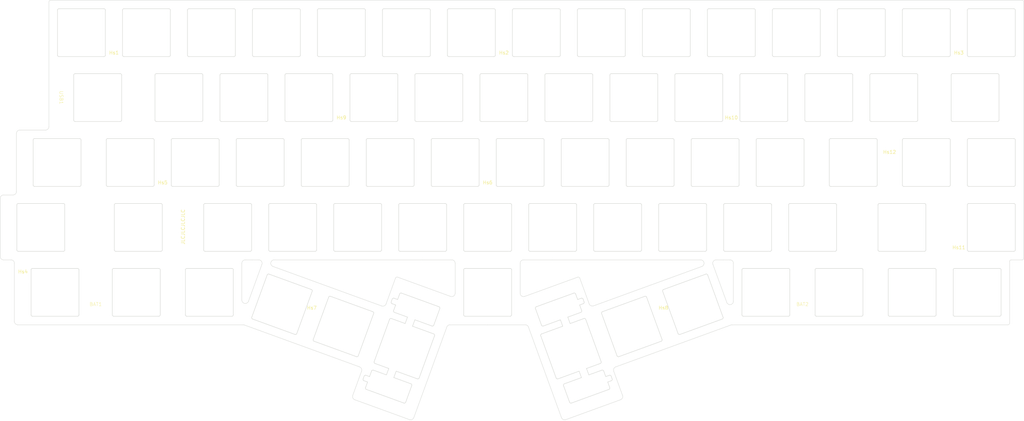
<source format=kicad_pcb>
(kicad_pcb (version 20241229) (generator "pcbnew") (generator_version "9.0")
  (layers (0 "F.Cu" signal) (2 "B.Cu" signal) (13 "F.Paste" user) (15 "B.Paste" user) (5 "F.SilkS" user "F.Silkscreen") (7 "B.SilkS" user "B.Silkscreen") (1 "F.Mask" user) (3 "B.Mask" user) (25 "Edge.Cuts" user))
  (net 0 "")
  (footprint "tmr-lib:Switch_Cutout" (layer "F.Cu") (at 256.5 19)
    (property "Reference" "S28" (hide yes))
    (property "Value" "SWHole")
    (fp_line (start -7 -6.6) (end -7 6.6) (stroke (width 0.12)) (layer "Edge.Cuts"))
    (fp_line (start -6.6 -7) (end 6.6 -7) (stroke (width 0.12)) (layer "Edge.Cuts"))
    (fp_line (start -6.6 7) (end 6.6 7) (stroke (width 0.12)) (layer "Edge.Cuts"))
    (fp_line (start 7 -6.6) (end 7 6.6) (stroke (width 0.12)) (layer "Edge.Cuts"))
    (fp_arc (start -7 -6.6) (mid -6.882843 -6.882843) (end -6.6 -7) (stroke (width 0.12)) (layer "Edge.Cuts"))
    (fp_arc (start -6.6 7) (mid -6.882843 6.882843) (end -7 6.6) (stroke (width 0.12)) (layer "Edge.Cuts"))
    (fp_arc (start 6.6 -7) (mid 6.882843 -6.882843) (end 7 -6.6) (stroke (width 0.12)) (layer "Edge.Cuts"))
    (fp_arc (start 7 6.6) (mid 6.882843 6.882843) (end 6.6 7) (stroke (width 0.12)) (layer "Edge.Cuts"))
  )
  (footprint "tmr-lib:Switch_Cutout" (layer "F.Cu") (at 19 0)
    (property "Reference" "S1" (hide yes))
    (property "Value" "SWHole")
    (fp_line (start -7 -6.6) (end -7 6.6) (stroke (width 0.12)) (layer "Edge.Cuts"))
    (fp_line (start -6.6 -7) (end 6.6 -7) (stroke (width 0.12)) (layer "Edge.Cuts"))
    (fp_line (start -6.6 7) (end 6.6 7) (stroke (width 0.12)) (layer "Edge.Cuts"))
    (fp_line (start 7 -6.6) (end 7 6.6) (stroke (width 0.12)) (layer "Edge.Cuts"))
    (fp_arc (start -7 -6.6) (mid -6.882843 -6.882843) (end -6.6 -7) (stroke (width 0.12)) (layer "Edge.Cuts"))
    (fp_arc (start -6.6 7) (mid -6.882843 6.882843) (end -7 6.6) (stroke (width 0.12)) (layer "Edge.Cuts"))
    (fp_arc (start 6.6 -7) (mid 6.882843 -6.882843) (end 7 -6.6) (stroke (width 0.12)) (layer "Edge.Cuts"))
    (fp_arc (start 7 6.6) (mid 6.882843 6.882843) (end 6.6 7) (stroke (width 0.12)) (layer "Edge.Cuts"))
  )
  (footprint "tmr-lib:Switch_Cutout_2u" (layer "F.Cu") (at 113.4 92.5 70)
    (property "Reference" "S64" (hide yes))
    (property "Value" "SWHole")
    (fp_line (start -12.45 -8.3) (end -11.55 -8.299999) (stroke (width 0.12)) (layer "Edge.Cuts"))
    (fp_line (start -12.85 -7.9) (end -12.85 -6.77) (stroke (width 0.12)) (layer "Edge.Cuts"))
    (fp_line (start -11.15 -7.899999) (end -11.15 -6.77) (stroke (width 0.12)) (layer "Edge.Cuts"))
    (fp_line (start -15 -6.37) (end -15 5.330001) (stroke (width 0.12)) (layer "Edge.Cuts"))
    (fp_line (start -12.85 -6.77) (end -14.6 -6.77) (stroke (width 0.12)) (layer "Edge.Cuts"))
    (fp_line (start -9.4 -6.77) (end -11.15 -6.77) (stroke (width 0.12)) (layer "Edge.Cuts"))
    (fp_line (start -9 -6.37) (end -9 -2.3) (stroke (width 0.12)) (layer "Edge.Cuts"))
    (fp_line (start -6.6 -7) (end 6.6 -7) (stroke (width 0.12)) (layer "Edge.Cuts"))
    (fp_line (start -7 -6.6) (end -7 -2.3) (stroke (width 0.12)) (layer "Edge.Cuts"))
    (fp_line (start -7 -2.3) (end -9 -2.3) (stroke (width 0.12)) (layer "Edge.Cuts"))
    (fp_line (start 11.55 -8.3) (end 12.45 -8.3) (stroke (width 0.12)) (layer "Edge.Cuts"))
    (fp_line (start 7 -6.6) (end 7 -2.3) (stroke (width 0.12)) (layer "Edge.Cuts"))
    (fp_line (start 11.15 -7.9) (end 11.15 -6.77) (stroke (width 0.12)) (layer "Edge.Cuts"))
    (fp_line (start -9 0) (end -9 5.33) (stroke (width 0.12)) (layer "Edge.Cuts"))
    (fp_line (start 12.85 -7.9) (end 12.85 -6.77) (stroke (width 0.12)) (layer "Edge.Cuts"))
    (fp_line (start 9 -6.37) (end 9 -2.3) (stroke (width 0.12)) (layer "Edge.Cuts"))
    (fp_line (start 11.15 -6.77) (end 9.4 -6.77) (stroke (width 0.12)) (layer "Edge.Cuts"))
    (fp_line (start -7 0) (end -9 0) (stroke (width 0.12)) (layer "Edge.Cuts"))
    (fp_line (start 14.6 -6.77) (end 12.85 -6.77) (stroke (width 0.12)) (layer "Edge.Cuts"))
    (fp_line (start 15 -6.37) (end 15 5.33) (stroke (width 0.12)) (layer "Edge.Cuts"))
    (fp_line (start -14.6 5.73) (end -9.4 5.73) (stroke (width 0.12)) (layer "Edge.Cuts"))
    (fp_line (start 9 -2.3) (end 7 -2.3) (stroke (width 0.12)) (layer "Edge.Cuts"))
    (fp_line (start 7 0) (end 7 6.6) (stroke (width 0.12)) (layer "Edge.Cuts"))
    (fp_line (start 9 0) (end 7 0) (stroke (width 0.12)) (layer "Edge.Cuts"))
    (fp_line (start 9 0) (end 9 5.33) (stroke (width 0.12)) (layer "Edge.Cuts"))
    (fp_line (start -7 6.6) (end -7 0) (stroke (width 0.12)) (layer "Edge.Cuts"))
    (fp_line (start -6.6 7) (end 6.6 7) (stroke (width 0.12)) (layer "Edge.Cuts"))
    (fp_line (start 9.4 5.73) (end 14.6 5.73) (stroke (width 0.12)) (layer "Edge.Cuts"))
    (fp_arc (start -12.85 -7.9) (mid -12.732843 -8.182843) (end -12.45 -8.3) (stroke (width 0.12)) (layer "Edge.Cuts"))
    (fp_arc (start -11.55 -8.299999) (mid -11.267157 -8.182842) (end -11.15 -7.899999) (stroke (width 0.12)) (layer "Edge.Cuts"))
    (fp_arc (start -15 -6.37) (mid -14.882843 -6.652844) (end -14.6 -6.77) (stroke (width 0.12)) (layer "Edge.Cuts"))
    (fp_arc (start -9.4 -6.77) (mid -9.117157 -6.652843) (end -9 -6.37) (stroke (width 0.12)) (layer "Edge.Cuts"))
    (fp_arc (start -7 -6.6) (mid -6.882843 -6.882843) (end -6.6 -7) (stroke (width 0.12)) (layer "Edge.Cuts"))
    (fp_arc (start 6.6 -7) (mid 6.882843 -6.882843) (end 7 -6.6) (stroke (width 0.12)) (layer "Edge.Cuts"))
    (fp_arc (start 11.15 -7.9) (mid 11.267156 -8.182843) (end 11.55 -8.3) (stroke (width 0.12)) (layer "Edge.Cuts"))
    (fp_arc (start 12.45 -8.3) (mid 12.732843 -8.182843) (end 12.85 -7.9) (stroke (width 0.12)) (layer "Edge.Cuts"))
    (fp_arc (start 9 -6.37) (mid 9.117157 -6.652843) (end 9.4 -6.77) (stroke (width 0.12)) (layer "Edge.Cuts"))
    (fp_arc (start 14.6 -6.77) (mid 14.882843 -6.652843) (end 15 -6.37) (stroke (width 0.12)) (layer "Edge.Cuts"))
    (fp_arc (start -14.6 5.73) (mid -14.882843 5.612843) (end -15 5.330001) (stroke (width 0.12)) (layer "Edge.Cuts"))
    (fp_arc (start -9 5.33) (mid -9.117157 5.612843) (end -9.4 5.73) (stroke (width 0.12)) (layer "Edge.Cuts"))
    (fp_arc (start -6.6 7) (mid -6.882843 6.882843) (end -7 6.6) (stroke (width 0.12)) (layer "Edge.Cuts"))
    (fp_arc (start 7 6.6) (mid 6.882843 6.882843) (end 6.6 7) (stroke (width 0.12)) (layer "Edge.Cuts"))
    (fp_arc (start 9.4 5.73) (mid 9.117157 5.612842) (end 9 5.33) (stroke (width 0.12)) (layer "Edge.Cuts"))
    (fp_arc (start 15 5.33) (mid 14.882843 5.612843) (end 14.6 5.73) (stroke (width 0.12)) (layer "Edge.Cuts"))
  )
  (footprint "tmr-lib:Switch_Cutout" (layer "F.Cu") (at 213.75 57)
    (property "Reference" "S55" (hide yes))
    (property "Value" "SWHole")
    (fp_line (start -7 -6.6) (end -7 6.6) (stroke (width 0.12)) (layer "Edge.Cuts"))
    (fp_line (start -6.6 -7) (end 6.6 -7) (stroke (width 0.12)) (layer "Edge.Cuts"))
    (fp_line (start -6.6 7) (end 6.6 7) (stroke (width 0.12)) (layer "Edge.Cuts"))
    (fp_line (start 7 -6.6) (end 7 6.6) (stroke (width 0.12)) (layer "Edge.Cuts"))
    (fp_arc (start -7 -6.6) (mid -6.882843 -6.882843) (end -6.6 -7) (stroke (width 0.12)) (layer "Edge.Cuts"))
    (fp_arc (start -6.6 7) (mid -6.882843 6.882843) (end -7 6.6) (stroke (width 0.12)) (layer "Edge.Cuts"))
    (fp_arc (start 6.6 -7) (mid 6.882843 -6.882843) (end 7 -6.6) (stroke (width 0.12)) (layer "Edge.Cuts"))
    (fp_arc (start 7 6.6) (mid 6.882843 6.882843) (end 6.6 7) (stroke (width 0.12)) (layer "Edge.Cuts"))
  )
  (footprint "tmr-lib:Switch_Cutout" (layer "F.Cu") (at 179.9 86 20)
    (property "Reference" "S67" (hide yes))
    (property "Value" "SWHole")
    (fp_line (start -7 -6.6) (end -7 6.6) (stroke (width 0.12)) (layer "Edge.Cuts"))
    (fp_line (start -6.6 -7) (end 6.6 -7) (stroke (width 0.12)) (layer "Edge.Cuts"))
    (fp_line (start -6.6 7) (end 6.6 7) (stroke (width 0.12)) (layer "Edge.Cuts"))
    (fp_line (start 7 -6.6) (end 7 6.6) (stroke (width 0.12)) (layer "Edge.Cuts"))
    (fp_arc (start -7 -6.6) (mid -6.882843 -6.882843) (end -6.6 -7) (stroke (width 0.12)) (layer "Edge.Cuts"))
    (fp_arc (start -6.6 7) (mid -6.882843 6.882843) (end -7 6.6) (stroke (width 0.12)) (layer "Edge.Cuts"))
    (fp_arc (start 6.6 -7) (mid 6.882843 -6.882843) (end 7 -6.6) (stroke (width 0.12)) (layer "Edge.Cuts"))
    (fp_arc (start 7 6.6) (mid 6.882843 6.882843) (end 6.6 7) (stroke (width 0.12)) (layer "Edge.Cuts"))
  )
  (footprint "tmr-lib:Switch_Cutout" (layer "F.Cu") (at 95.6 86 -20)
    (property "Reference" "S63" (hide yes))
    (property "Value" "SWHole")
    (fp_line (start -6.6 7) (end 6.6 7) (stroke (width 0.12)) (layer "Edge.Cuts"))
    (fp_line (start -7 -6.6) (end -7 6.6) (stroke (width 0.12)) (layer "Edge.Cuts"))
    (fp_line (start -6.6 -7) (end 6.6 -7) (stroke (width 0.12)) (layer "Edge.Cuts"))
    (fp_line (start 7 -6.6) (end 7 6.6) (stroke (width 0.12)) (layer "Edge.Cuts"))
    (fp_arc (start -6.6 7) (mid -6.882843 6.882843) (end -7 6.6) (stroke (width 0.12)) (layer "Edge.Cuts"))
    (fp_arc (start -7 -6.6) (mid -6.882843 -6.882843) (end -6.6 -7) (stroke (width 0.12)) (layer "Edge.Cuts"))
    (fp_arc (start 7 6.6) (mid 6.882843 6.882843) (end 6.6 7) (stroke (width 0.12)) (layer "Edge.Cuts"))
    (fp_arc (start 6.6 -7) (mid 6.882843 -6.882843) (end 7 -6.6) (stroke (width 0.12)) (layer "Edge.Cuts"))
  )
  (footprint "tmr-lib:Switch_Cutout" (layer "F.Cu") (at 47.5 19)
    (property "Reference" "S17" (hide yes))
    (property "Value" "SWHole")
    (fp_line (start -7 -6.6) (end -7 6.6) (stroke (width 0.12)) (layer "Edge.Cuts"))
    (fp_line (start -6.6 -7) (end 6.6 -7) (stroke (width 0.12)) (layer "Edge.Cuts"))
    (fp_line (start -6.6 7) (end 6.6 7) (stroke (width 0.12)) (layer "Edge.Cuts"))
    (fp_line (start 7 -6.6) (end 7 6.6) (stroke (width 0.12)) (layer "Edge.Cuts"))
    (fp_arc (start -7 -6.6) (mid -6.882843 -6.882843) (end -6.6 -7) (stroke (width 0.12)) (layer "Edge.Cuts"))
    (fp_arc (start -6.6 7) (mid -6.882843 6.882843) (end -7 6.6) (stroke (width 0.12)) (layer "Edge.Cuts"))
    (fp_arc (start 6.6 -7) (mid 6.882843 -6.882843) (end 7 -6.6) (stroke (width 0.12)) (layer "Edge.Cuts"))
    (fp_arc (start 7 6.6) (mid 6.882843 6.882843) (end 6.6 7) (stroke (width 0.12)) (layer "Edge.Cuts"))
  )
  (footprint "MountingHole:MountingHole_2.1mm" (layer "F.Cu") (at 28.5 8.93)
    (property "Reference" "Hs1")
    (property "Value" "MountingHole")
  )
  (footprint "tmr-lib:Switch_Cutout" (layer "F.Cu") (at 285 0)
    (property "Reference" "S15" (hide yes))
    (property "Value" "SWHole")
    (fp_line (start -7 -6.6) (end -7 6.6) (stroke (width 0.12)) (layer "Edge.Cuts"))
    (fp_line (start -6.6 -7) (end 6.6 -7) (stroke (width 0.12)) (layer "Edge.Cuts"))
    (fp_line (start -6.6 7) (end 6.6 7) (stroke (width 0.12)) (layer "Edge.Cuts"))
    (fp_line (start 7 -6.6) (end 7 6.6) (stroke (width 0.12)) (layer "Edge.Cuts"))
    (fp_arc (start -7 -6.6) (mid -6.882843 -6.882843) (end -6.6 -7) (stroke (width 0.12)) (layer "Edge.Cuts"))
    (fp_arc (start -6.6 7) (mid -6.882843 6.882843) (end -7 6.6) (stroke (width 0.12)) (layer "Edge.Cuts"))
    (fp_arc (start 6.6 -7) (mid 6.882843 -6.882843) (end 7 -6.6) (stroke (width 0.12)) (layer "Edge.Cuts"))
    (fp_arc (start 7 6.6) (mid 6.882843 6.882843) (end 6.6 7) (stroke (width 0.12)) (layer "Edge.Cuts"))
  )
  (footprint "tmr-lib:Switch_Cutout" (layer "F.Cu") (at 57 0)
    (property "Reference" "S3" (hide yes))
    (property "Value" "SWHole")
    (fp_line (start -7 -6.6) (end -7 6.6) (stroke (width 0.12)) (layer "Edge.Cuts"))
    (fp_line (start -6.6 -7) (end 6.6 -7) (stroke (width 0.12)) (layer "Edge.Cuts"))
    (fp_line (start -6.6 7) (end 6.6 7) (stroke (width 0.12)) (layer "Edge.Cuts"))
    (fp_line (start 7 -6.6) (end 7 6.6) (stroke (width 0.12)) (layer "Edge.Cuts"))
    (fp_arc (start -7 -6.6) (mid -6.882843 -6.882843) (end -6.6 -7) (stroke (width 0.12)) (layer "Edge.Cuts"))
    (fp_arc (start -6.6 7) (mid -6.882843 6.882843) (end -7 6.6) (stroke (width 0.12)) (layer "Edge.Cuts"))
    (fp_arc (start 6.6 -7) (mid 6.882843 -6.882843) (end 7 -6.6) (stroke (width 0.12)) (layer "Edge.Cuts"))
    (fp_arc (start 7 6.6) (mid 6.882843 6.882843) (end 6.6 7) (stroke (width 0.12)) (layer "Edge.Cuts"))
  )
  (footprint "tmr-lib:Dummy" (layer "F.Cu") (at 229.78125 80)
    (property "Reference" "BAT2")
    (property "Value" "TestPoint")
  )
  (footprint "tmr-lib:Switch_Cutout" (layer "F.Cu") (at 137.75 57)
    (property "Reference" "S51" (hide yes))
    (property "Value" "SWHole")
    (fp_line (start -7 -6.6) (end -7 6.6) (stroke (width 0.12)) (layer "Edge.Cuts"))
    (fp_line (start -6.6 -7) (end 6.6 -7) (stroke (width 0.12)) (layer "Edge.Cuts"))
    (fp_line (start -6.6 7) (end 6.6 7) (stroke (width 0.12)) (layer "Edge.Cuts"))
    (fp_line (start 7 -6.6) (end 7 6.6) (stroke (width 0.12)) (layer "Edge.Cuts"))
    (fp_arc (start -7 -6.6) (mid -6.882843 -6.882843) (end -6.6 -7) (stroke (width 0.12)) (layer "Edge.Cuts"))
    (fp_arc (start -6.6 7) (mid -6.882843 6.882843) (end -7 6.6) (stroke (width 0.12)) (layer "Edge.Cuts"))
    (fp_arc (start 6.6 -7) (mid 6.882843 -6.882843) (end 7 -6.6) (stroke (width 0.12)) (layer "Edge.Cuts"))
    (fp_arc (start 7 6.6) (mid 6.882843 6.882843) (end 6.6 7) (stroke (width 0.12)) (layer "Edge.Cuts"))
  )
  (footprint "tmr-lib:Switch_Cutout" (layer "F.Cu") (at 90.25 38)
    (property "Reference" "S34" (hide yes))
    (property "Value" "SWHole")
    (fp_line (start -7 -6.6) (end -7 6.6) (stroke (width 0.12)) (layer "Edge.Cuts"))
    (fp_line (start -6.6 -7) (end 6.6 -7) (stroke (width 0.12)) (layer "Edge.Cuts"))
    (fp_line (start -6.6 7) (end 6.6 7) (stroke (width 0.12)) (layer "Edge.Cuts"))
    (fp_line (start 7 -6.6) (end 7 6.6) (stroke (width 0.12)) (layer "Edge.Cuts"))
    (fp_arc (start -7 -6.6) (mid -6.882843 -6.882843) (end -6.6 -7) (stroke (width 0.12)) (layer "Edge.Cuts"))
    (fp_arc (start -6.6 7) (mid -6.882843 6.882843) (end -7 6.6) (stroke (width 0.12)) (layer "Edge.Cuts"))
    (fp_arc (start 6.6 -7) (mid 6.882843 -6.882843) (end 7 -6.6) (stroke (width 0.12)) (layer "Edge.Cuts"))
    (fp_arc (start 7 6.6) (mid 6.882843 6.882843) (end 6.6 7) (stroke (width 0.12)) (layer "Edge.Cuts"))
  )
  (footprint "tmr-lib:Switch_Cutout" (layer "F.Cu") (at 80.75 57)
    (property "Reference" "S48" (hide yes))
    (property "Value" "SWHole")
    (fp_line (start -7 -6.6) (end -7 6.6) (stroke (width 0.12)) (layer "Edge.Cuts"))
    (fp_line (start -6.6 -7) (end 6.6 -7) (stroke (width 0.12)) (layer "Edge.Cuts"))
    (fp_line (start -6.6 7) (end 6.6 7) (stroke (width 0.12)) (layer "Edge.Cuts"))
    (fp_line (start 7 -6.6) (end 7 6.6) (stroke (width 0.12)) (layer "Edge.Cuts"))
    (fp_arc (start -7 -6.6) (mid -6.882843 -6.882843) (end -6.6 -7) (stroke (width 0.12)) (layer "Edge.Cuts"))
    (fp_arc (start -6.6 7) (mid -6.882843 6.882843) (end -7 6.6) (stroke (width 0.12)) (layer "Edge.Cuts"))
    (fp_arc (start 6.6 -7) (mid 6.882843 -6.882843) (end 7 -6.6) (stroke (width 0.12)) (layer "Edge.Cuts"))
    (fp_arc (start 7 6.6) (mid 6.882843 6.882843) (end 6.6 7) (stroke (width 0.12)) (layer "Edge.Cuts"))
  )
  (footprint "tmr-lib:Switch_Cutout" (layer "F.Cu") (at 166.25 38)
    (property "Reference" "S38" (hide yes))
    (property "Value" "SWHole")
    (fp_line (start -7 -6.6) (end -7 6.6) (stroke (width 0.12)) (layer "Edge.Cuts"))
    (fp_line (start -6.6 -7) (end 6.6 -7) (stroke (width 0.12)) (layer "Edge.Cuts"))
    (fp_line (start -6.6 7) (end 6.6 7) (stroke (width 0.12)) (layer "Edge.Cuts"))
    (fp_line (start 7 -6.6) (end 7 6.6) (stroke (width 0.12)) (layer "Edge.Cuts"))
    (fp_arc (start -7 -6.6) (mid -6.882843 -6.882843) (end -6.6 -7) (stroke (width 0.12)) (layer "Edge.Cuts"))
    (fp_arc (start -6.6 7) (mid -6.882843 6.882843) (end -7 6.6) (stroke (width 0.12)) (layer "Edge.Cuts"))
    (fp_arc (start 6.6 -7) (mid 6.882843 -6.882843) (end 7 -6.6) (stroke (width 0.12)) (layer "Edge.Cuts"))
    (fp_arc (start 7 6.6) (mid 6.882843 6.882843) (end 6.6 7) (stroke (width 0.12)) (layer "Edge.Cuts"))
  )
  (footprint "tmr-lib:Switch_Cutout_1.75u" (layer "F.Cu") (at 258.875 57)
    (property "Reference" "S57" (hide yes))
    (property "Value" "SWHole")
    (fp_line (start -7 -6.6) (end -7 6.6) (stroke (width 0.12)) (layer "Edge.Cuts"))
    (fp_line (start -6.6 -7) (end 6.6 -7) (stroke (width 0.12)) (layer "Edge.Cuts"))
    (fp_line (start -6.6 7) (end 6.6 7) (stroke (width 0.12)) (layer "Edge.Cuts"))
    (fp_line (start 7 -6.6) (end 7 6.6) (stroke (width 0.12)) (layer "Edge.Cuts"))
    (fp_arc (start -7 -6.6) (mid -6.882843 -6.882843) (end -6.6 -7) (stroke (width 0.12)) (layer "Edge.Cuts"))
    (fp_arc (start -6.6 7) (mid -6.882843 6.882843) (end -7 6.6) (stroke (width 0.12)) (layer "Edge.Cuts"))
    (fp_arc (start 6.6 -7) (mid 6.882843 -6.882843) (end 7 -6.6) (stroke (width 0.12)) (layer "Edge.Cuts"))
    (fp_arc (start 7 6.6) (mid 6.882843 6.882843) (end 6.6 7) (stroke (width 0.12)) (layer "Edge.Cuts"))
  )
  (footprint "tmr-lib:Switch_Cutout" (layer "F.Cu") (at 223.25 38)
    (property "Reference" "S41" (hide yes))
    (property "Value" "SWHole")
    (fp_line (start -7 -6.6) (end -7 6.6) (stroke (width 0.12)) (layer "Edge.Cuts"))
    (fp_line (start -6.6 -7) (end 6.6 -7) (stroke (width 0.12)) (layer "Edge.Cuts"))
    (fp_line (start -6.6 7) (end 6.6 7) (stroke (width 0.12)) (layer "Edge.Cuts"))
    (fp_line (start 7 -6.6) (end 7 6.6) (stroke (width 0.12)) (layer "Edge.Cuts"))
    (fp_arc (start -7 -6.6) (mid -6.882843 -6.882843) (end -6.6 -7) (stroke (width 0.12)) (layer "Edge.Cuts"))
    (fp_arc (start -6.6 7) (mid -6.882843 6.882843) (end -7 6.6) (stroke (width 0.12)) (layer "Edge.Cuts"))
    (fp_arc (start 6.6 -7) (mid 6.882843 -6.882843) (end 7 -6.6) (stroke (width 0.12)) (layer "Edge.Cuts"))
    (fp_arc (start 7 6.6) (mid 6.882843 6.882843) (end 6.6 7) (stroke (width 0.12)) (layer "Edge.Cuts"))
  )
  (footprint "MountingHole:MountingHole_2.1mm" (layer "F.Cu") (at 189.145 83.6)
    (property "Reference" "Hs8")
    (property "Value" "MountingHole")
  )
  (footprint "tmr-lib:Switch_Cutout" (layer "F.Cu") (at 147.25 38)
    (property "Reference" "S37" (hide yes))
    (property "Value" "SWHole")
    (fp_line (start -7 -6.6) (end -7 6.6) (stroke (width 0.12)) (layer "Edge.Cuts"))
    (fp_line (start -6.6 -7) (end 6.6 -7) (stroke (width 0.12)) (layer "Edge.Cuts"))
    (fp_line (start -6.6 7) (end 6.6 7) (stroke (width 0.12)) (layer "Edge.Cuts"))
    (fp_line (start 7 -6.6) (end 7 6.6) (stroke (width 0.12)) (layer "Edge.Cuts"))
    (fp_arc (start -7 -6.6) (mid -6.882843 -6.882843) (end -6.6 -7) (stroke (width 0.12)) (layer "Edge.Cuts"))
    (fp_arc (start -6.6 7) (mid -6.882843 6.882843) (end -7 6.6) (stroke (width 0.12)) (layer "Edge.Cuts"))
    (fp_arc (start 6.6 -7) (mid 6.882843 -6.882843) (end 7 -6.6) (stroke (width 0.12)) (layer "Edge.Cuts"))
    (fp_arc (start 7 6.6) (mid 6.882843 6.882843) (end 6.6 7) (stroke (width 0.12)) (layer "Edge.Cuts"))
  )
  (footprint "tmr-lib:Switch_Cutout" (layer "F.Cu") (at 56.4 76)
    (property "Reference" "S61" (hide yes))
    (property "Value" "SWHole")
    (fp_line (start -7 -6.6) (end -7 6.6) (stroke (width 0.12)) (layer "Edge.Cuts"))
    (fp_line (start -6.6 -7) (end 6.6 -7) (stroke (width 0.12)) (layer "Edge.Cuts"))
    (fp_line (start -6.6 7) (end 6.6 7) (stroke (width 0.12)) (layer "Edge.Cuts"))
    (fp_line (start 7 -6.6) (end 7 6.6) (stroke (width 0.12)) (layer "Edge.Cuts"))
    (fp_arc (start -7 -6.6) (mid -6.882843 -6.882843) (end -6.6 -7) (stroke (width 0.12)) (layer "Edge.Cuts"))
    (fp_arc (start -6.6 7) (mid -6.882843 6.882843) (end -7 6.6) (stroke (width 0.12)) (layer "Edge.Cuts"))
    (fp_arc (start 6.6 -7) (mid 6.882843 -6.882843) (end 7 -6.6) (stroke (width 0.12)) (layer "Edge.Cuts"))
    (fp_arc (start 7 6.6) (mid 6.882843 6.882843) (end 6.6 7) (stroke (width 0.12)) (layer "Edge.Cuts"))
  )
  (footprint "tmr-lib:Switch_Cutout" (layer "F.Cu") (at 156.75 57)
    (property "Reference" "S52" (hide yes))
    (property "Value" "SWHole")
    (fp_line (start -7 -6.6) (end -7 6.6) (stroke (width 0.12)) (layer "Edge.Cuts"))
    (fp_line (start -6.6 -7) (end 6.6 -7) (stroke (width 0.12)) (layer "Edge.Cuts"))
    (fp_line (start -6.6 7) (end 6.6 7) (stroke (width 0.12)) (layer "Edge.Cuts"))
    (fp_line (start 7 -6.6) (end 7 6.6) (stroke (width 0.12)) (layer "Edge.Cuts"))
    (fp_arc (start -7 -6.6) (mid -6.882843 -6.882843) (end -6.6 -7) (stroke (width 0.12)) (layer "Edge.Cuts"))
    (fp_arc (start -6.6 7) (mid -6.882843 6.882843) (end -7 6.6) (stroke (width 0.12)) (layer "Edge.Cuts"))
    (fp_arc (start 6.6 -7) (mid 6.882843 -6.882843) (end 7 -6.6) (stroke (width 0.12)) (layer "Edge.Cuts"))
    (fp_arc (start 7 6.6) (mid 6.882843 6.882843) (end 6.6 7) (stroke (width 0.12)) (layer "Edge.Cuts"))
  )
  (footprint "tmr-lib:Switch_Cutout" (layer "F.Cu") (at 128.25 38)
    (property "Reference" "S36" (hide yes))
    (property "Value" "SWHole")
    (fp_line (start -7 -6.6) (end -7 6.6) (stroke (width 0.12)) (layer "Edge.Cuts"))
    (fp_line (start -6.6 -7) (end 6.6 -7) (stroke (width 0.12)) (layer "Edge.Cuts"))
    (fp_line (start -6.6 7) (end 6.6 7) (stroke (width 0.12)) (layer "Edge.Cuts"))
    (fp_line (start 7 -6.6) (end 7 6.6) (stroke (width 0.12)) (layer "Edge.Cuts"))
    (fp_arc (start -7 -6.6) (mid -6.882843 -6.882843) (end -6.6 -7) (stroke (width 0.12)) (layer "Edge.Cuts"))
    (fp_arc (start -6.6 7) (mid -6.882843 6.882843) (end -7 6.6) (stroke (width 0.12)) (layer "Edge.Cuts"))
    (fp_arc (start 6.6 -7) (mid 6.882843 -6.882843) (end 7 -6.6) (stroke (width 0.12)) (layer "Edge.Cuts"))
    (fp_arc (start 7 6.6) (mid 6.882843 6.882843) (end 6.6 7) (stroke (width 0.12)) (layer "Edge.Cuts"))
  )
  (footprint "tmr-lib:Switch_Cutout_1.25u" (layer "F.Cu") (at 11.275 76)
    (property "Reference" "S59" (hide yes))
    (property "Value" "SWHole")
    (fp_line (start -7 -6.6) (end -7 6.6) (stroke (width 0.12)) (layer "Edge.Cuts"))
    (fp_line (start -6.6 -7) (end 6.6 -7) (stroke (width 0.12)) (layer "Edge.Cuts"))
    (fp_line (start -6.6 7) (end 6.6 7) (stroke (width 0.12)) (layer "Edge.Cuts"))
    (fp_line (start 7 -6.6) (end 7 6.6) (stroke (width 0.12)) (layer "Edge.Cuts"))
    (fp_arc (start -7 -6.6) (mid -6.882843 -6.882843) (end -6.6 -7) (stroke (width 0.12)) (layer "Edge.Cuts"))
    (fp_arc (start -6.6 7) (mid -6.882843 6.882843) (end -7 6.6) (stroke (width 0.12)) (layer "Edge.Cuts"))
    (fp_arc (start 6.6 -7) (mid 6.882843 -6.882843) (end 7 -6.6) (stroke (width 0.12)) (layer "Edge.Cuts"))
    (fp_arc (start 7 6.6) (mid 6.882843 6.882843) (end 6.6 7) (stroke (width 0.12)) (layer "Edge.Cuts"))
  )
  (footprint "tmr-lib:Switch_Cutout" (layer "F.Cu") (at 77.625 79.5 -20)
    (property "Reference" "S62" (hide yes))
    (property "Value" "SWHole")
    (fp_line (start -6.6 7) (end 6.6 7) (stroke (width 0.12)) (layer "Edge.Cuts"))
    (fp_line (start -7 -6.6) (end -7 6.6) (stroke (width 0.12)) (layer "Edge.Cuts"))
    (fp_line (start -6.6 -7) (end 6.6 -7) (stroke (width 0.12)) (layer "Edge.Cuts"))
    (fp_line (start 7 -6.6) (end 7 6.6) (stroke (width 0.12)) (layer "Edge.Cuts"))
    (fp_arc (start -6.6 7) (mid -6.882843 6.882843) (end -7 6.6) (stroke (width 0.12)) (layer "Edge.Cuts"))
    (fp_arc (start -7 -6.6) (mid -6.882843 -6.882843) (end -6.6 -7) (stroke (width 0.12)) (layer "Edge.Cuts"))
    (fp_arc (start 7 6.6) (mid 6.882843 6.882843) (end 6.6 7) (stroke (width 0.12)) (layer "Edge.Cuts"))
    (fp_arc (start 6.6 -7) (mid 6.882843 -6.882843) (end 7 -6.6) (stroke (width 0.12)) (layer "Edge.Cuts"))
  )
  (footprint "MountingHole:MountingHole_2.1mm" (layer "F.Cu") (at 137.75 46.93)
    (property "Reference" "Hs6")
    (property "Value" "MountingHole")
  )
  (footprint "tmr-lib:Switch_Cutout" (layer "F.Cu") (at 118.75 57)
    (property "Reference" "S50" (hide yes))
    (property "Value" "SWHole")
    (fp_line (start -7 -6.6) (end -7 6.6) (stroke (width 0.12)) (layer "Edge.Cuts"))
    (fp_line (start -6.6 -7) (end 6.6 -7) (stroke (width 0.12)) (layer "Edge.Cuts"))
    (fp_line (start -6.6 7) (end 6.6 7) (stroke (width 0.12)) (layer "Edge.Cuts"))
    (fp_line (start 7 -6.6) (end 7 6.6) (stroke (width 0.12)) (layer "Edge.Cuts"))
    (fp_arc (start -7 -6.6) (mid -6.882843 -6.882843) (end -6.6 -7) (stroke (width 0.12)) (layer "Edge.Cuts"))
    (fp_arc (start -6.6 7) (mid -6.882843 6.882843) (end -7 6.6) (stroke (width 0.12)) (layer "Edge.Cuts"))
    (fp_arc (start 6.6 -7) (mid 6.882843 -6.882843) (end 7 -6.6) (stroke (width 0.12)) (layer "Edge.Cuts"))
    (fp_arc (start 7 6.6) (mid 6.882843 6.882843) (end 6.6 7) (stroke (width 0.12)) (layer "Edge.Cuts"))
  )
  (footprint "tmr-lib:Switch_Cutout" (layer "F.Cu") (at 197.75 79.5 20)
    (property "Reference" "S68" (hide yes))
    (property "Value" "SWHole")
    (fp_line (start -7 -6.6) (end -7 6.6) (stroke (width 0.12)) (layer "Edge.Cuts"))
    (fp_line (start -6.6 -7) (end 6.6 -7) (stroke (width 0.12)) (layer "Edge.Cuts"))
    (fp_line (start -6.6 7) (end 6.6 7) (stroke (width 0.12)) (layer "Edge.Cuts"))
    (fp_line (start 7 -6.6) (end 7 6.6) (stroke (width 0.12)) (layer "Edge.Cuts"))
    (fp_arc (start -7 -6.6) (mid -6.882843 -6.882843) (end -6.6 -7) (stroke (width 0.12)) (layer "Edge.Cuts"))
    (fp_arc (start -6.6 7) (mid -6.882843 6.882843) (end -7 6.6) (stroke (width 0.12)) (layer "Edge.Cuts"))
    (fp_arc (start 6.6 -7) (mid 6.882843 -6.882843) (end 7 -6.6) (stroke (width 0.12)) (layer "Edge.Cuts"))
    (fp_arc (start 7 6.6) (mid 6.882843 6.882843) (end 6.6 7) (stroke (width 0.12)) (layer "Edge.Cuts"))
  )
  (footprint "tmr-lib:Switch_Cutout" (layer "F.Cu") (at 266 0)
    (property "Reference" "S14" (hide yes))
    (property "Value" "SWHole")
    (fp_line (start -7 -6.6) (end -7 6.6) (stroke (width 0.12)) (layer "Edge.Cuts"))
    (fp_line (start -6.6 -7) (end 6.6 -7) (stroke (width 0.12)) (layer "Edge.Cuts"))
    (fp_line (start -6.6 7) (end 6.6 7) (stroke (width 0.12)) (layer "Edge.Cuts"))
    (fp_line (start 7 -6.6) (end 7 6.6) (stroke (width 0.12)) (layer "Edge.Cuts"))
    (fp_arc (start -7 -6.6) (mid -6.882843 -6.882843) (end -6.6 -7) (stroke (width 0.12)) (layer "Edge.Cuts"))
    (fp_arc (start -6.6 7) (mid -6.882843 6.882843) (end -7 6.6) (stroke (width 0.12)) (layer "Edge.Cuts"))
    (fp_arc (start 6.6 -7) (mid 6.882843 -6.882843) (end 7 -6.6) (stroke (width 0.12)) (layer "Edge.Cuts"))
    (fp_arc (start 7 6.6) (mid 6.882843 6.882843) (end 6.6 7) (stroke (width 0.12)) (layer "Edge.Cuts"))
  )
  (footprint "tmr-lib:Switch_Cutout" (layer "F.Cu") (at 142.5 19)
    (property "Reference" "S22" (hide yes))
    (property "Value" "SWHole")
    (fp_line (start -7 -6.6) (end -7 6.6) (stroke (width 0.12)) (layer "Edge.Cuts"))
    (fp_line (start -6.6 -7) (end 6.6 -7) (stroke (width 0.12)) (layer "Edge.Cuts"))
    (fp_line (start -6.6 7) (end 6.6 7) (stroke (width 0.12)) (layer "Edge.Cuts"))
    (fp_line (start 7 -6.6) (end 7 6.6) (stroke (width 0.12)) (layer "Edge.Cuts"))
    (fp_arc (start -7 -6.6) (mid -6.882843 -6.882843) (end -6.6 -7) (stroke (width 0.12)) (layer "Edge.Cuts"))
    (fp_arc (start -6.6 7) (mid -6.882843 6.882843) (end -7 6.6) (stroke (width 0.12)) (layer "Edge.Cuts"))
    (fp_arc (start 6.6 -7) (mid 6.882843 -6.882843) (end 7 -6.6) (stroke (width 0.12)) (layer "Edge.Cuts"))
    (fp_arc (start 7 6.6) (mid 6.882843 6.882843) (end 6.6 7) (stroke (width 0.12)) (layer "Edge.Cuts"))
  )
  (footprint "tmr-lib:Switch_Cutout" (layer "F.Cu") (at 261.85 76)
    (property "Reference" "S71" (hide yes))
    (property "Value" "SWHole")
    (fp_line (start -7 -6.6) (end -7 6.6) (stroke (width 0.12)) (layer "Edge.Cuts"))
    (fp_line (start -6.6 -7) (end 6.6 -7) (stroke (width 0.12)) (layer "Edge.Cuts"))
    (fp_line (start -6.6 7) (end 6.6 7) (stroke (width 0.12)) (layer "Edge.Cuts"))
    (fp_line (start 7 -6.6) (end 7 6.6) (stroke (width 0.12)) (layer "Edge.Cuts"))
    (fp_arc (start -7 -6.6) (mid -6.882843 -6.882843) (end -6.6 -7) (stroke (width 0.12)) (layer "Edge.Cuts"))
    (fp_arc (start -6.6 7) (mid -6.882843 6.882843) (end -7 6.6) (stroke (width 0.12)) (layer "Edge.Cuts"))
    (fp_arc (start 6.6 -7) (mid 6.882843 -6.882843) (end 7 -6.6) (stroke (width 0.12)) (layer "Edge.Cuts"))
    (fp_arc (start 7 6.6) (mid 6.882843 6.882843) (end 6.6 7) (stroke (width 0.12)) (layer "Edge.Cuts"))
  )
  (footprint "tmr-lib:Switch_Cutout" (layer "F.Cu") (at 280.25 19)
    (property "Reference" "S29" (hide yes))
    (property "Value" "SWHole")
    (fp_line (start -7 -6.6) (end -7 6.6) (stroke (width 0.12)) (layer "Edge.Cuts"))
    (fp_line (start -6.6 -7) (end 6.6 -7) (stroke (width 0.12)) (layer "Edge.Cuts"))
    (fp_line (start -6.6 7) (end 6.6 7) (stroke (width 0.12)) (layer "Edge.Cuts"))
    (fp_line (start 7 -6.6) (end 7 6.6) (stroke (width 0.12)) (layer "Edge.Cuts"))
    (fp_arc (start -7 -6.6) (mid -6.882843 -6.882843) (end -6.6 -7) (stroke (width 0.12)) (layer "Edge.Cuts"))
    (fp_arc (start -6.6 7) (mid -6.882843 6.882843) (end -7 6.6) (stroke (width 0.12)) (layer "Edge.Cuts"))
    (fp_arc (start 6.6 -7) (mid 6.882843 -6.882843) (end 7 -6.6) (stroke (width 0.12)) (layer "Edge.Cuts"))
    (fp_arc (start 7 6.6) (mid 6.882843 6.882843) (end 6.6 7) (stroke (width 0.12)) (layer "Edge.Cuts"))
  )
  (footprint "tmr-lib:Switch_Cutout" (layer "F.Cu") (at 228 0)
    (property "Reference" "S12" (hide yes))
    (property "Value" "SWHole")
    (fp_line (start -7 -6.6) (end -7 6.6) (stroke (width 0.12)) (layer "Edge.Cuts"))
    (fp_line (start -6.6 -7) (end 6.6 -7) (stroke (width 0.12)) (layer "Edge.Cuts"))
    (fp_line (start -6.6 7) (end 6.6 7) (stroke (width 0.12)) (layer "Edge.Cuts"))
    (fp_line (start 7 -6.6) (end 7 6.6) (stroke (width 0.12)) (layer "Edge.Cuts"))
    (fp_arc (start -7 -6.6) (mid -6.882843 -6.882843) (end -6.6 -7) (stroke (width 0.12)) (layer "Edge.Cuts"))
    (fp_arc (start -6.6 7) (mid -6.882843 6.882843) (end -7 6.6) (stroke (width 0.12)) (layer "Edge.Cuts"))
    (fp_arc (start 6.6 -7) (mid 6.882843 -6.882843) (end 7 -6.6) (stroke (width 0.12)) (layer "Edge.Cuts"))
    (fp_arc (start 7 6.6) (mid 6.882843 6.882843) (end 6.6 7) (stroke (width 0.12)) (layer "Edge.Cuts"))
  )
  (footprint "tmr-lib:Switch_Cutout" (layer "F.Cu") (at 219.1 76)
    (property "Reference" "S69" (hide yes))
    (property "Value" "SWHole")
    (fp_line (start -7 -6.6) (end -7 6.6) (stroke (width 0.12)) (layer "Edge.Cuts"))
    (fp_line (start -6.6 -7) (end 6.6 -7) (stroke (width 0.12)) (layer "Edge.Cuts"))
    (fp_line (start -6.6 7) (end 6.6 7) (stroke (width 0.12)) (layer "Edge.Cuts"))
    (fp_line (start 7 -6.6) (end 7 6.6) (stroke (width 0.12)) (layer "Edge.Cuts"))
    (fp_arc (start -7 -6.6) (mid -6.882843 -6.882843) (end -6.6 -7) (stroke (width 0.12)) (layer "Edge.Cuts"))
    (fp_arc (start -6.6 7) (mid -6.882843 6.882843) (end -7 6.6) (stroke (width 0.12)) (layer "Edge.Cuts"))
    (fp_arc (start 6.6 -7) (mid 6.882843 -6.882843) (end 7 -6.6) (stroke (width 0.12)) (layer "Edge.Cuts"))
    (fp_arc (start 7 6.6) (mid 6.882843 6.882843) (end 6.6 7) (stroke (width 0.12)) (layer "Edge.Cuts"))
  )
  (footprint "tmr-lib:Switch_Cutout" (layer "F.Cu") (at 66.5 19)
    (property "Reference" "S18" (hide yes))
    (property "Value" "SWHole")
    (fp_line (start -7 -6.6) (end -7 6.6) (stroke (width 0.12)) (layer "Edge.Cuts"))
    (fp_line (start -6.6 -7) (end 6.6 -7) (stroke (width 0.12)) (layer "Edge.Cuts"))
    (fp_line (start -6.6 7) (end 6.6 7) (stroke (width 0.12)) (layer "Edge.Cuts"))
    (fp_line (start 7 -6.6) (end 7 6.6) (stroke (width 0.12)) (layer "Edge.Cuts"))
    (fp_arc (start -7 -6.6) (mid -6.882843 -6.882843) (end -6.6 -7) (stroke (width 0.12)) (layer "Edge.Cuts"))
    (fp_arc (start -6.6 7) (mid -6.882843 6.882843) (end -7 6.6) (stroke (width 0.12)) (layer "Edge.Cuts"))
    (fp_arc (start 6.6 -7) (mid 6.882843 -6.882843) (end 7 -6.6) (stroke (width 0.12)) (layer "Edge.Cuts"))
    (fp_arc (start 7 6.6) (mid 6.882843 6.882843) (end 6.6 7) (stroke (width 0.12)) (layer "Edge.Cuts"))
  )
  (footprint "tmr-lib:Switch_Cutout" (layer "F.Cu") (at 194.75 57)
    (property "Reference" "S54" (hide yes))
    (property "Value" "SWHole")
    (fp_line (start -7 -6.6) (end -7 6.6) (stroke (width 0.12)) (layer "Edge.Cuts"))
    (fp_line (start -6.6 -7) (end 6.6 -7) (stroke (width 0.12)) (layer "Edge.Cuts"))
    (fp_line (start -6.6 7) (end 6.6 7) (stroke (width 0.12)) (layer "Edge.Cuts"))
    (fp_line (start 7 -6.6) (end 7 6.6) (stroke (width 0.12)) (layer "Edge.Cuts"))
    (fp_arc (start -7 -6.6) (mid -6.882843 -6.882843) (end -6.6 -7) (stroke (width 0.12)) (layer "Edge.Cuts"))
    (fp_arc (start -6.6 7) (mid -6.882843 6.882843) (end -7 6.6) (stroke (width 0.12)) (layer "Edge.Cuts"))
    (fp_arc (start 6.6 -7) (mid 6.882843 -6.882843) (end 7 -6.6) (stroke (width 0.12)) (layer "Edge.Cuts"))
    (fp_arc (start 7 6.6) (mid 6.882843 6.882843) (end 6.6 7) (stroke (width 0.12)) (layer "Edge.Cuts"))
  )
  (footprint "tmr-lib:Switch_Cutout" (layer "F.Cu") (at 204.25 38)
    (property "Reference" "S40" (hide yes))
    (property "Value" "SWHole")
    (fp_line (start -7 -6.6) (end -7 6.6) (stroke (width 0.12)) (layer "Edge.Cuts"))
    (fp_line (start -6.6 -7) (end 6.6 -7) (stroke (width 0.12)) (layer "Edge.Cuts"))
    (fp_line (start -6.6 7) (end 6.6 7) (stroke (width 0.12)) (layer "Edge.Cuts"))
    (fp_line (start 7 -6.6) (end 7 6.6) (stroke (width 0.12)) (layer "Edge.Cuts"))
    (fp_arc (start -7 -6.6) (mid -6.882843 -6.882843) (end -6.6 -7) (stroke (width 0.12)) (layer "Edge.Cuts"))
    (fp_arc (start -6.6 7) (mid -6.882843 6.882843) (end -7 6.6) (stroke (width 0.12)) (layer "Edge.Cuts"))
    (fp_arc (start 6.6 -7) (mid 6.882843 -6.882843) (end 7 -6.6) (stroke (width 0.12)) (layer "Edge.Cuts"))
    (fp_arc (start 7 6.6) (mid 6.882843 6.882843) (end 6.6 7) (stroke (width 0.12)) (layer "Edge.Cuts"))
  )
  (footprint "tmr-lib:Switch_Cutout" (layer "F.Cu") (at 38 0)
    (property "Reference" "S2" (hide yes))
    (property "Value" "SWHole")
    (fp_line (start -7 -6.6) (end -7 6.6) (stroke (width 0.12)) (layer "Edge.Cuts"))
    (fp_line (start -6.6 -7) (end 6.6 -7) (stroke (width 0.12)) (layer "Edge.Cuts"))
    (fp_line (start -6.6 7) (end 6.6 7) (stroke (width 0.12)) (layer "Edge.Cuts"))
    (fp_line (start 7 -6.6) (end 7 6.6) (stroke (width 0.12)) (layer "Edge.Cuts"))
    (fp_arc (start -7 -6.6) (mid -6.882843 -6.882843) (end -6.6 -7) (stroke (width 0.12)) (layer "Edge.Cuts"))
    (fp_arc (start -6.6 7) (mid -6.882843 6.882843) (end -7 6.6) (stroke (width 0.12)) (layer "Edge.Cuts"))
    (fp_arc (start 6.6 -7) (mid 6.882843 -6.882843) (end 7 -6.6) (stroke (width 0.12)) (layer "Edge.Cuts"))
    (fp_arc (start 7 6.6) (mid 6.882843 6.882843) (end 6.6 7) (stroke (width 0.12)) (layer "Edge.Cuts"))
  )
  (footprint "MountingHole:MountingHole_2.1mm" (layer "F.Cu") (at 86.355 83.6)
    (property "Reference" "Hs7")
    (property "Value" "MountingHole")
  )
  (footprint "tmr-lib:Switch_Cutout" (layer "F.Cu") (at 180.5 19)
    (property "Reference" "S24" (hide yes))
    (property "Value" "SWHole")
    (fp_line (start -7 -6.6) (end -7 6.6) (stroke (width 0.12)) (layer "Edge.Cuts"))
    (fp_line (start -6.6 -7) (end 6.6 -7) (stroke (width 0.12)) (layer "Edge.Cuts"))
    (fp_line (start -6.6 7) (end 6.6 7) (stroke (width 0.12)) (layer "Edge.Cuts"))
    (fp_line (start 7 -6.6) (end 7 6.6) (stroke (width 0.12)) (layer "Edge.Cuts"))
    (fp_arc (start -7 -6.6) (mid -6.882843 -6.882843) (end -6.6 -7) (stroke (width 0.12)) (layer "Edge.Cuts"))
    (fp_arc (start -6.6 7) (mid -6.882843 6.882843) (end -7 6.6) (stroke (width 0.12)) (layer "Edge.Cuts"))
    (fp_arc (start 6.6 -7) (mid 6.882843 -6.882843) (end 7 -6.6) (stroke (width 0.12)) (layer "Edge.Cuts"))
    (fp_arc (start 7 6.6) (mid 6.882843 6.882843) (end 6.6 7) (stroke (width 0.12)) (layer "Edge.Cuts"))
  )
  (footprint "tmr-lib:Switch_Cutout_1.25u" (layer "F.Cu") (at 35.025 76)
    (property "Reference" "S60" (hide yes))
    (property "Value" "SWHole")
    (fp_line (start -7 -6.6) (end -7 6.6) (stroke (width 0.12)) (layer "Edge.Cuts"))
    (fp_line (start -6.6 -7) (end 6.6 -7) (stroke (width 0.12)) (layer "Edge.Cuts"))
    (fp_line (start -6.6 7) (end 6.6 7) (stroke (width 0.12)) (layer "Edge.Cuts"))
    (fp_line (start 7 -6.6) (end 7 6.6) (stroke (width 0.12)) (layer "Edge.Cuts"))
    (fp_arc (start -7 -6.6) (mid -6.882843 -6.882843) (end -6.6 -7) (stroke (width 0.12)) (layer "Edge.Cuts"))
    (fp_arc (start -6.6 7) (mid -6.882843 6.882843) (end -7 6.6) (stroke (width 0.12)) (layer "Edge.Cuts"))
    (fp_arc (start 6.6 -7) (mid 6.882843 -6.882843) (end 7 -6.6) (stroke (width 0.12)) (layer "Edge.Cuts"))
    (fp_arc (start 7 6.6) (mid 6.882843 6.882843) (end 6.6 7) (stroke (width 0.12)) (layer "Edge.Cuts"))
  )
  (footprint "tmr-lib:Switch_Cutout" (layer "F.Cu") (at 99.75 57)
    (property "Reference" "S49" (hide yes))
    (property "Value" "SWHole")
    (fp_line (start -7 -6.6) (end -7 6.6) (stroke (width 0.12)) (layer "Edge.Cuts"))
    (fp_line (start -6.6 -7) (end 6.6 -7) (stroke (width 0.12)) (layer "Edge.Cuts"))
    (fp_line (start -6.6 7) (end 6.6 7) (stroke (width 0.12)) (layer "Edge.Cuts"))
    (fp_line (start 7 -6.6) (end 7 6.6) (stroke (width 0.12)) (layer "Edge.Cuts"))
    (fp_arc (start -7 -6.6) (mid -6.882843 -6.882843) (end -6.6 -7) (stroke (width 0.12)) (layer "Edge.Cuts"))
    (fp_arc (start -6.6 7) (mid -6.882843 6.882843) (end -7 6.6) (stroke (width 0.12)) (layer "Edge.Cuts"))
    (fp_arc (start 6.6 -7) (mid 6.882843 -6.882843) (end 7 -6.6) (stroke (width 0.12)) (layer "Edge.Cuts"))
    (fp_arc (start 7 6.6) (mid 6.882843 6.882843) (end 6.6 7) (stroke (width 0.12)) (layer "Edge.Cuts"))
  )
  (footprint "tmr-lib:Switch_Cutout" (layer "F.Cu") (at 218.5 19)
    (property "Reference" "S26" (hide yes))
    (property "Value" "SWHole")
    (fp_line (start -7 -6.6) (end -7 6.6) (stroke (width 0.12)) (layer "Edge.Cuts"))
    (fp_line (start -6.6 -7) (end 6.6 -7) (stroke (width 0.12)) (layer "Edge.Cuts"))
    (fp_line (start -6.6 7) (end 6.6 7) (stroke (width 0.12)) (layer "Edge.Cuts"))
    (fp_line (start 7 -6.6) (end 7 6.6) (stroke (width 0.12)) (layer "Edge.Cuts"))
    (fp_arc (start -7 -6.6) (mid -6.882843 -6.882843) (end -6.6 -7) (stroke (width 0.12)) (layer "Edge.Cuts"))
    (fp_arc (start -6.6 7) (mid -6.882843 6.882843) (end -7 6.6) (stroke (width 0.12)) (layer "Edge.Cuts"))
    (fp_arc (start 6.6 -7) (mid 6.882843 -6.882843) (end 7 -6.6) (stroke (width 0.12)) (layer "Edge.Cuts"))
    (fp_arc (start 7 6.6) (mid 6.882843 6.882843) (end 6.6 7) (stroke (width 0.12)) (layer "Edge.Cuts"))
  )
  (footprint "tmr-lib:Switch_Cutout" (layer "F.Cu") (at 95 0)
    (property "Reference" "S5" (hide yes))
    (property "Value" "SWHole")
    (fp_line (start -7 -6.6) (end -7 6.6) (stroke (width 0.12)) (layer "Edge.Cuts"))
    (fp_line (start -6.6 -7) (end 6.6 -7) (stroke (width 0.12)) (layer "Edge.Cuts"))
    (fp_line (start -6.6 7) (end 6.6 7) (stroke (width 0.12)) (layer "Edge.Cuts"))
    (fp_line (start 7 -6.6) (end 7 6.6) (stroke (width 0.12)) (layer "Edge.Cuts"))
    (fp_arc (start -7 -6.6) (mid -6.882843 -6.882843) (end -6.6 -7) (stroke (width 0.12)) (layer "Edge.Cuts"))
    (fp_arc (start -6.6 7) (mid -6.882843 6.882843) (end -7 6.6) (stroke (width 0.12)) (layer "Edge.Cuts"))
    (fp_arc (start 6.6 -7) (mid 6.882843 -6.882843) (end 7 -6.6) (stroke (width 0.12)) (layer "Edge.Cuts"))
    (fp_arc (start 7 6.6) (mid 6.882843 6.882843) (end 6.6 7) (stroke (width 0.12)) (layer "Edge.Cuts"))
  )
  (footprint "tmr-lib:Switch_Cutout" (layer "F.Cu") (at 137.75 76)
    (property "Reference" "S65" (hide yes))
    (property "Value" "SWHole")
    (fp_line (start -7 -6.6) (end -7 6.6) (stroke (width 0.12)) (layer "Edge.Cuts"))
    (fp_line (start -6.6 -7) (end 6.6 -7) (stroke (width 0.12)) (layer "Edge.Cuts"))
    (fp_line (start -6.6 7) (end 6.6 7) (stroke (width 0.12)) (layer "Edge.Cuts"))
    (fp_line (start 7 -6.6) (end 7 6.6) (stroke (width 0.12)) (layer "Edge.Cuts"))
    (fp_arc (start -7 -6.6) (mid -6.882843 -6.882843) (end -6.6 -7) (stroke (width 0.12)) (layer "Edge.Cuts"))
    (fp_arc (start -6.6 7) (mid -6.882843 6.882843) (end -7 6.6) (stroke (width 0.12)) (layer "Edge.Cuts"))
    (fp_arc (start 6.6 -7) (mid 6.882843 -6.882843) (end 7 -6.6) (stroke (width 0.12)) (layer "Edge.Cuts"))
    (fp_arc (start 7 6.6) (mid 6.882843 6.882843) (end 6.6 7) (stroke (width 0.12)) (layer "Edge.Cuts"))
  )
  (footprint "MountingHole:MountingHole_2.1mm" (layer "F.Cu") (at 42.75 46.93)
    (property "Reference" "Hs5")
    (property "Value" "MountingHole")
  )
  (footprint "MountingHole:MountingHole_2.1mm" (layer "F.Cu") (at 209 27.93)
    (property "Reference" "Hs10")
    (property "Value" "MountingHole")
  )
  (footprint "tmr-lib:Switch_Cutout" (layer "F.Cu") (at 152 0)
    (property "Reference" "S8" (hide yes))
    (property "Value" "SWHole")
    (fp_line (start -7 -6.6) (end -7 6.6) (stroke (width 0.12)) (layer "Edge.Cuts"))
    (fp_line (start -6.6 -7) (end 6.6 -7) (stroke (width 0.12)) (layer "Edge.Cuts"))
    (fp_line (start -6.6 7) (end 6.6 7) (stroke (width 0.12)) (layer "Edge.Cuts"))
    (fp_line (start 7 -6.6) (end 7 6.6) (stroke (width 0.12)) (layer "Edge.Cuts"))
    (fp_arc (start -7 -6.6) (mid -6.882843 -6.882843) (end -6.6 -7) (stroke (width 0.12)) (layer "Edge.Cuts"))
    (fp_arc (start -6.6 7) (mid -6.882843 6.882843) (end -7 6.6) (stroke (width 0.12)) (layer "Edge.Cuts"))
    (fp_arc (start 6.6 -7) (mid 6.882843 -6.882843) (end 7 -6.6) (stroke (width 0.12)) (layer "Edge.Cuts"))
    (fp_arc (start 7 6.6) (mid 6.882843 6.882843) (end 6.6 7) (stroke (width 0.12)) (layer "Edge.Cuts"))
  )
  (footprint "tmr-lib:Switch_Cutout" (layer "F.Cu") (at 61.75 57)
    (property "Reference" "S47" (hide yes))
    (property "Value" "SWHole")
    (fp_line (start -7 -6.6) (end -7 6.6) (stroke (width 0.12)) (layer "Edge.Cuts"))
    (fp_line (start -6.6 -7) (end 6.6 -7) (stroke (width 0.12)) (layer "Edge.Cuts"))
    (fp_line (start -6.6 7) (end 6.6 7) (stroke (width 0.12)) (layer "Edge.Cuts"))
    (fp_line (start 7 -6.6) (end 7 6.6) (stroke (width 0.12)) (layer "Edge.Cuts"))
    (fp_arc (start -7 -6.6) (mid -6.882843 -6.882843) (end -6.6 -7) (stroke (width 0.12)) (layer "Edge.Cuts"))
    (fp_arc (start -6.6 7) (mid -6.882843 6.882843) (end -7 6.6) (stroke (width 0.12)) (layer "Edge.Cuts"))
    (fp_arc (start 6.6 -7) (mid 6.882843 -6.882843) (end 7 -6.6) (stroke (width 0.12)) (layer "Edge.Cuts"))
    (fp_arc (start 7 6.6) (mid 6.882843 6.882843) (end 6.6 7) (stroke (width 0.12)) (layer "Edge.Cuts"))
  )
  (footprint "tmr-lib:Dummy" (layer "F.Cu") (at 12.6 19 -90)
    (property "Reference" "USB1")
    (property "Value" "TestPoint")
  )
  (footprint "tmr-lib:Switch_Cutout_1.25u" (layer "F.Cu") (at 240.475 76)
    (property "Reference" "S70" (hide yes))
    (property "Value" "SWHole")
    (fp_line (start -7 -6.6) (end -7 6.6) (stroke (width 0.12)) (layer "Edge.Cuts"))
    (fp_line (start -6.6 -7) (end 6.6 -7) (stroke (width 0.12)) (layer "Edge.Cuts"))
    (fp_line (start -6.6 7) (end 6.6 7) (stroke (width 0.12)) (layer "Edge.Cuts"))
    (fp_line (start 7 -6.6) (end 7 6.6) (stroke (width 0.12)) (layer "Edge.Cuts"))
    (fp_arc (start -7 -6.6) (mid -6.882843 -6.882843) (end -6.6 -7) (stroke (width 0.12)) (layer "Edge.Cuts"))
    (fp_arc (start -6.6 7) (mid -6.882843 6.882843) (end -7 6.6) (stroke (width 0.12)) (layer "Edge.Cuts"))
    (fp_arc (start 6.6 -7) (mid 6.882843 -6.882843) (end 7 -6.6) (stroke (width 0.12)) (layer "Edge.Cuts"))
    (fp_arc (start 7 6.6) (mid 6.882843 6.882843) (end 6.6 7) (stroke (width 0.12)) (layer "Edge.Cuts"))
  )
  (footprint "tmr-lib:Switch_Cutout" (layer "F.Cu") (at 185.25 38)
    (property "Reference" "S39" (hide yes))
    (property "Value" "SWHole")
    (fp_line (start -7 -6.6) (end -7 6.6) (stroke (width 0.12)) (layer "Edge.Cuts"))
    (fp_line (start -6.6 -7) (end 6.6 -7) (stroke (width 0.12)) (layer "Edge.Cuts"))
    (fp_line (start -6.6 7) (end 6.6 7) (stroke (width 0.12)) (layer "Edge.Cuts"))
    (fp_line (start 7 -6.6) (end 7 6.6) (stroke (width 0.12)) (layer "Edge.Cuts"))
    (fp_arc (start -7 -6.6) (mid -6.882843 -6.882843) (end -6.6 -7) (stroke (width 0.12)) (layer "Edge.Cuts"))
    (fp_arc (start -6.6 7) (mid -6.882843 6.882843) (end -7 6.6) (stroke (width 0.12)) (layer "Edge.Cuts"))
    (fp_arc (start 6.6 -7) (mid 6.882843 -6.882843) (end 7 -6.6) (stroke (width 0.12)) (layer "Edge.Cuts"))
    (fp_arc (start 7 6.6) (mid 6.882843 6.882843) (end 6.6 7) (stroke (width 0.12)) (layer "Edge.Cuts"))
  )
  (footprint "tmr-lib:Switch_Cutout" (layer "F.Cu") (at 23.75 19)
    (property "Reference" "S16" (hide yes))
    (property "Value" "SWHole")
    (fp_line (start -7 -6.6) (end -7 6.6) (stroke (width 0.12)) (layer "Edge.Cuts"))
    (fp_line (start -6.6 -7) (end 6.6 -7) (stroke (width 0.12)) (layer "Edge.Cuts"))
    (fp_line (start -6.6 7) (end 6.6 7) (stroke (width 0.12)) (layer "Edge.Cuts"))
    (fp_line (start 7 -6.6) (end 7 6.6) (stroke (width 0.12)) (layer "Edge.Cuts"))
    (fp_arc (start -7 -6.6) (mid -6.882843 -6.882843) (end -6.6 -7) (stroke (width 0.12)) (layer "Edge.Cuts"))
    (fp_arc (start -6.6 7) (mid -6.882843 6.882843) (end -7 6.6) (stroke (width 0.12)) (layer "Edge.Cuts"))
    (fp_arc (start 6.6 -7) (mid 6.882843 -6.882843) (end 7 -6.6) (stroke (width 0.12)) (layer "Edge.Cuts"))
    (fp_arc (start 7 6.6) (mid 6.882843 6.882843) (end 6.6 7) (stroke (width 0.12)) (layer "Edge.Cuts"))
  )
  (footprint "tmr-lib:Dummy" (layer "F.Cu") (at 23.15625 80)
    (property "Reference" "BAT1")
    (property "Value" "TestPoint")
  )
  (footprint "tmr-lib:Switch_Cutout_1.25u" (layer "F.Cu") (at 11.875 38)
    (property "Reference" "S30" (hide yes))
    (property "Value" "SWHole")
    (fp_line (start -7 -6.6) (end -7 6.6) (stroke (width 0.12)) (layer "Edge.Cuts"))
    (fp_line (start -6.6 -7) (end 6.6 -7) (stroke (width 0.12)) (layer "Edge.Cuts"))
    (fp_line (start -6.6 7) (end 6.6 7) (stroke (width 0.12)) (layer "Edge.Cuts"))
    (fp_line (start 7 -6.6) (end 7 6.6) (stroke (width 0.12)) (layer "Edge.Cuts"))
    (fp_arc (start -7 -6.6) (mid -6.882843 -6.882843) (end -6.6 -7) (stroke (width 0.12)) (layer "Edge.Cuts"))
    (fp_arc (start -6.6 7) (mid -6.882843 6.882843) (end -7 6.6) (stroke (width 0.12)) (layer "Edge.Cuts"))
    (fp_arc (start 6.6 -7) (mid 6.882843 -6.882843) (end 7 -6.6) (stroke (width 0.12)) (layer "Edge.Cuts"))
    (fp_arc (start 7 6.6) (mid 6.882843 6.882843) (end 6.6 7) (stroke (width 0.12)) (layer "Edge.Cuts"))
  )
  (footprint "MountingHole:MountingHole_2.1mm" (layer "F.Cu") (at 1.9 73)
    (property "Reference" "Hs4")
    (property "Value" "MountingHole")
  )
  (footprint "tmr-lib:Switch_Cutout" (layer "F.Cu") (at 190 0)
    (property "Reference" "S10" (hide yes))
    (property "Value" "SWHole")
    (fp_line (start -7 -6.6) (end -7 6.6) (stroke (width 0.12)) (layer "Edge.Cuts"))
    (fp_line (start -6.6 -7) (end 6.6 -7) (stroke (width 0.12)) (layer "Edge.Cuts"))
    (fp_line (start -6.6 7) (end 6.6 7) (stroke (width 0.12)) (layer "Edge.Cuts"))
    (fp_line (start 7 -6.6) (end 7 6.6) (stroke (width 0.12)) (layer "Edge.Cuts"))
    (fp_arc (start -7 -6.6) (mid -6.882843 -6.882843) (end -6.6 -7) (stroke (width 0.12)) (layer "Edge.Cuts"))
    (fp_arc (start -6.6 7) (mid -6.882843 6.882843) (end -7 6.6) (stroke (width 0.12)) (layer "Edge.Cuts"))
    (fp_arc (start 6.6 -7) (mid 6.882843 -6.882843) (end 7 -6.6) (stroke (width 0.12)) (layer "Edge.Cuts"))
    (fp_arc (start 7 6.6) (mid 6.882843 6.882843) (end 6.6 7) (stroke (width 0.12)) (layer "Edge.Cuts"))
  )
  (footprint "tmr-lib:Switch_Cutout_1.75u" (layer "F.Cu") (at 35.625 57)
    (property "Reference" "S46" (hide yes))
    (property "Value" "SWHole")
    (fp_line (start -7 -6.6) (end -7 6.6) (stroke (width 0.12)) (layer "Edge.Cuts"))
    (fp_line (start -6.6 -7) (end 6.6 -7) (stroke (width 0.12)) (layer "Edge.Cuts"))
    (fp_line (start -6.6 7) (end 6.6 7) (stroke (width 0.12)) (layer "Edge.Cuts"))
    (fp_line (start 7 -6.6) (end 7 6.6) (stroke (width 0.12)) (layer "Edge.Cuts"))
    (fp_arc (start -7 -6.6) (mid -6.882843 -6.882843) (end -6.6 -7) (stroke (width 0.12)) (layer "Edge.Cuts"))
    (fp_arc (start -6.6 7) (mid -6.882843 6.882843) (end -7 6.6) (stroke (width 0.12)) (layer "Edge.Cuts"))
    (fp_arc (start 6.6 -7) (mid 6.882843 -6.882843) (end 7 -6.6) (stroke (width 0.12)) (layer "Edge.Cuts"))
    (fp_arc (start 7 6.6) (mid 6.882843 6.882843) (end 6.6 7) (stroke (width 0.12)) (layer "Edge.Cuts"))
  )
  (footprint "tmr-lib:Switch_Cutout" (layer "F.Cu") (at 52.25 38)
    (property "Reference" "S32" (hide yes))
    (property "Value" "SWHole")
    (fp_line (start -7 -6.6) (end -7 6.6) (stroke (width 0.12)) (layer "Edge.Cuts"))
    (fp_line (start -6.6 -7) (end 6.6 -7) (stroke (width 0.12)) (layer "Edge.Cuts"))
    (fp_line (start -6.6 7) (end 6.6 7) (stroke (width 0.12)) (layer "Edge.Cuts"))
    (fp_line (start 7 -6.6) (end 7 6.6) (stroke (width 0.12)) (layer "Edge.Cuts"))
    (fp_arc (start -7 -6.6) (mid -6.882843 -6.882843) (end -6.6 -7) (stroke (width 0.12)) (layer "Edge.Cuts"))
    (fp_arc (start -6.6 7) (mid -6.882843 6.882843) (end -7 6.6) (stroke (width 0.12)) (layer "Edge.Cuts"))
    (fp_arc (start 6.6 -7) (mid 6.882843 -6.882843) (end 7 -6.6) (stroke (width 0.12)) (layer "Edge.Cuts"))
    (fp_arc (start 7 6.6) (mid 6.882843 6.882843) (end 6.6 7) (stroke (width 0.12)) (layer "Edge.Cuts"))
  )
  (footprint "tmr-lib:Switch_Cutout_1.25u" (layer "F.Cu") (at 244.625 38)
    (property "Reference" "S42" (hide yes))
    (property "Value" "SWHole")
    (fp_line (start -7 -6.6) (end -7 6.6) (stroke (width 0.12)) (layer "Edge.Cuts"))
    (fp_line (start -6.6 -7) (end 6.6 -7) (stroke (width 0.12)) (layer "Edge.Cuts"))
    (fp_line (start -6.6 7) (end 6.6 7) (stroke (width 0.12)) (layer "Edge.Cuts"))
    (fp_line (start 7 -6.6) (end 7 6.6) (stroke (width 0.12)) (layer "Edge.Cuts"))
    (fp_arc (start -7 -6.6) (mid -6.882843 -6.882843) (end -6.6 -7) (stroke (width 0.12)) (layer "Edge.Cuts"))
    (fp_arc (start -6.6 7) (mid -6.882843 6.882843) (end -7 6.6) (stroke (width 0.12)) (layer "Edge.Cuts"))
    (fp_arc (start 6.6 -7) (mid 6.882843 -6.882843) (end 7 -6.6) (stroke (width 0.12)) (layer "Edge.Cuts"))
    (fp_arc (start 7 6.6) (mid 6.882843 6.882843) (end 6.6 7) (stroke (width 0.12)) (layer "Edge.Cuts"))
  )
  (footprint "tmr-lib:Switch_Cutout" (layer "F.Cu") (at 33.25 38)
    (property "Reference" "S31" (hide yes))
    (property "Value" "SWHole")
    (fp_line (start -7 -6.6) (end -7 6.6) (stroke (width 0.12)) (layer "Edge.Cuts"))
    (fp_line (start -6.6 -7) (end 6.6 -7) (stroke (width 0.12)) (layer "Edge.Cuts"))
    (fp_line (start -6.6 7) (end 6.6 7) (stroke (width 0.12)) (layer "Edge.Cuts"))
    (fp_line (start 7 -6.6) (end 7 6.6) (stroke (width 0.12)) (layer "Edge.Cuts"))
    (fp_arc (start -7 -6.6) (mid -6.882843 -6.882843) (end -6.6 -7) (stroke (width 0.12)) (layer "Edge.Cuts"))
    (fp_arc (start -6.6 7) (mid -6.882843 6.882843) (end -7 6.6) (stroke (width 0.12)) (layer "Edge.Cuts"))
    (fp_arc (start 6.6 -7) (mid 6.882843 -6.882843) (end 7 -6.6) (stroke (width 0.12)) (layer "Edge.Cuts"))
    (fp_arc (start 7 6.6) (mid 6.882843 6.882843) (end 6.6 7) (stroke (width 0.12)) (layer "Edge.Cuts"))
  )
  (footprint "tmr-lib:Switch_Cutout" (layer "F.Cu") (at 285 38)
    (property "Reference" "S44" (hide yes))
    (property "Value" "SWHole")
    (fp_line (start -7 -6.6) (end -7 6.6) (stroke (width 0.12)) (layer "Edge.Cuts"))
    (fp_line (start -6.6 -7) (end 6.6 -7) (stroke (width 0.12)) (layer "Edge.Cuts"))
    (fp_line (start -6.6 7) (end 6.6 7) (stroke (width 0.12)) (layer "Edge.Cuts"))
    (fp_line (start 7 -6.6) (end 7 6.6) (stroke (width 0.12)) (layer "Edge.Cuts"))
    (fp_arc (start -7 -6.6) (mid -6.882843 -6.882843) (end -6.6 -7) (stroke (width 0.12)) (layer "Edge.Cuts"))
    (fp_arc (start -6.6 7) (mid -6.882843 6.882843) (end -7 6.6) (stroke (width 0.12)) (layer "Edge.Cuts"))
    (fp_arc (start 6.6 -7) (mid 6.882843 -6.882843) (end 7 -6.6) (stroke (width 0.12)) (layer "Edge.Cuts"))
    (fp_arc (start 7 6.6) (mid 6.882843 6.882843) (end 6.6 7) (stroke (width 0.12)) (layer "Edge.Cuts"))
  )
  (footprint "tmr-lib:Switch_Cutout" (layer "F.Cu") (at 123.5 19)
    (property "Reference" "S21" (hide yes))
    (property "Value" "SWHole")
    (fp_line (start -7 -6.6) (end -7 6.6) (stroke (width 0.12)) (layer "Edge.Cuts"))
    (fp_line (start -6.6 -7) (end 6.6 -7) (stroke (width 0.12)) (layer "Edge.Cuts"))
    (fp_line (start -6.6 7) (end 6.6 7) (stroke (width 0.12)) (layer "Edge.Cuts"))
    (fp_line (start 7 -6.6) (end 7 6.6) (stroke (width 0.12)) (layer "Edge.Cuts"))
    (fp_arc (start -7 -6.6) (mid -6.882843 -6.882843) (end -6.6 -7) (stroke (width 0.12)) (layer "Edge.Cuts"))
    (fp_arc (start -6.6 7) (mid -6.882843 6.882843) (end -7 6.6) (stroke (width 0.12)) (layer "Edge.Cuts"))
    (fp_arc (start 6.6 -7) (mid 6.882843 -6.882843) (end 7 -6.6) (stroke (width 0.12)) (layer "Edge.Cuts"))
    (fp_arc (start 7 6.6) (mid 6.882843 6.882843) (end 6.6 7) (stroke (width 0.12)) (layer "Edge.Cuts"))
  )
  (footprint "tmr-lib:Switch_Cutout_2u" (layer "F.Cu") (at 162.1 92.5 -70)
    (property "Reference" "S66" (hide yes))
    (property "Value" "SWHole")
    (fp_line (start -14.6 5.73) (end -9.4 5.73) (stroke (width 0.12)) (layer "Edge.Cuts"))
    (fp_line (start -6.6 7) (end 6.6 7) (stroke (width 0.12)) (layer "Edge.Cuts"))
    (fp_line (start -7 6.6) (end -7 0) (stroke (width 0.12)) (layer "Edge.Cuts"))
    (fp_line (start -9 0) (end -9 5.33) (stroke (width 0.12)) (layer "Edge.Cuts"))
    (fp_line (start -7 0) (end -9 0) (stroke (width 0.12)) (layer "Edge.Cuts"))
    (fp_line (start 9.4 5.73) (end 14.6 5.73) (stroke (width 0.12)) (layer "Edge.Cuts"))
    (fp_line (start -7 -2.3) (end -9 -2.3) (stroke (width 0.12)) (layer "Edge.Cuts"))
    (fp_line (start -15 -6.37) (end -15 5.33) (stroke (width 0.12)) (layer "Edge.Cuts"))
    (fp_line (start -12.85 -6.77) (end -14.6 -6.77) (stroke (width 0.12)) (layer "Edge.Cuts"))
    (fp_line (start 7 0) (end 7 6.6) (stroke (width 0.12)) (layer "Edge.Cuts"))
    (fp_line (start -9 -6.37) (end -9 -2.3) (stroke (width 0.12)) (layer "Edge.Cuts"))
    (fp_line (start -12.85 -7.900001) (end -12.85 -6.77) (stroke (width 0.12)) (layer "Edge.Cuts"))
    (fp_line (start 9 0) (end 9 5.33) (stroke (width 0.12)) (layer "Edge.Cuts"))
    (fp_line (start 9 0) (end 7 0) (stroke (width 0.12)) (layer "Edge.Cuts"))
    (fp_line (start -9.4 -6.77) (end -11.15 -6.77) (stroke (width 0.12)) (layer "Edge.Cuts"))
    (fp_line (start -12.45 -8.3) (end -11.55 -8.3) (stroke (width 0.12)) (layer "Edge.Cuts"))
    (fp_line (start -11.150001 -7.899999) (end -11.15 -6.77) (stroke (width 0.12)) (layer "Edge.Cuts"))
    (fp_line (start -7 -6.6) (end -7 -2.3) (stroke (width 0.12)) (layer "Edge.Cuts"))
    (fp_line (start -6.6 -7) (end 6.6 -7) (stroke (width 0.12)) (layer "Edge.Cuts"))
    (fp_line (start 9 -2.3) (end 7 -2.3) (stroke (width 0.12)) (layer "Edge.Cuts"))
    (fp_line (start 7 -6.6) (end 7 -2.3) (stroke (width 0.12)) (layer "Edge.Cuts"))
    (fp_line (start 9 -6.37) (end 9 -2.3) (stroke (width 0.12)) (layer "Edge.Cuts"))
    (fp_line (start 11.15 -6.77) (end 9.4 -6.77) (stroke (width 0.12)) (layer "Edge.Cuts"))
    (fp_line (start 15 -6.37) (end 15 5.330001) (stroke (width 0.12)) (layer "Edge.Cuts"))
    (fp_line (start 11.15 -7.9) (end 11.15 -6.77) (stroke (width 0.12)) (layer "Edge.Cuts"))
    (fp_line (start 14.6 -6.77) (end 12.85 -6.77) (stroke (width 0.12)) (layer "Edge.Cuts"))
    (fp_line (start 11.55 -8.299999) (end 12.45 -8.3) (stroke (width 0.12)) (layer "Edge.Cuts"))
    (fp_line (start 12.85 -7.9) (end 12.85 -6.77) (stroke (width 0.12)) (layer "Edge.Cuts"))
    (fp_arc (start -14.6 5.73) (mid -14.882843 5.612843) (end -15 5.33) (stroke (width 0.12)) (layer "Edge.Cuts"))
    (fp_arc (start -6.6 7) (mid -6.882843 6.882843) (end -7 6.6) (stroke (width 0.12)) (layer "Edge.Cuts"))
    (fp_arc (start -9 5.33) (mid -9.117157 5.612842) (end -9.4 5.73) (stroke (width 0.12)) (layer "Edge.Cuts"))
    (fp_arc (start 7 6.6) (mid 6.882843 6.882843) (end 6.6 7) (stroke (width 0.12)) (layer "Edge.Cuts"))
    (fp_arc (start 9.4 5.73) (mid 9.117157 5.612843) (end 9 5.33) (stroke (width 0.12)) (layer "Edge.Cuts"))
    (fp_arc (start 15 5.330001) (mid 14.882843 5.612843) (end 14.6 5.73) (stroke (width 0.12)) (layer "Edge.Cuts"))
    (fp_arc (start -15 -6.37) (mid -14.882843 -6.652843) (end -14.6 -6.77) (stroke (width 0.12)) (layer "Edge.Cuts"))
    (fp_arc (start -12.85 -7.9) (mid -12.732843 -8.182843) (end -12.45 -8.3) (stroke (width 0.12)) (layer "Edge.Cuts"))
    (fp_arc (start -9.4 -6.77) (mid -9.117157 -6.652843) (end -9 -6.37) (stroke (width 0.12)) (layer "Edge.Cuts"))
    (fp_arc (start -7 -6.6) (mid -6.882843 -6.882843) (end -6.6 -7) (stroke (width 0.12)) (layer "Edge.Cuts"))
    (fp_arc (start -11.55 -8.3) (mid -11.267157 -8.182842) (end -11.150001 -7.899999) (stroke (width 0.12)) (layer "Edge.Cuts"))
    (fp_arc (start 6.6 -7) (mid 6.882843 -6.882843) (end 7 -6.6) (stroke (width 0.12)) (layer "Edge.Cuts"))
    (fp_arc (start 9 -6.37) (mid 9.117157 -6.652843) (end 9.4 -6.77) (stroke (width 0.12)) (layer "Edge.Cuts"))
    (fp_arc (start 11.15 -7.9) (mid 11.267157 -8.182843) (end 11.55 -8.299999) (stroke (width 0.12)) (layer "Edge.Cuts"))
    (fp_arc (start 14.6 -6.77) (mid 14.882843 -6.652844) (end 15 -6.37) (stroke (width 0.12)) (layer "Edge.Cuts"))
    (fp_arc (start 12.45 -8.3) (mid 12.732843 -8.182843) (end 12.85 -7.9) (stroke (width 0.12)) (layer "Edge.Cuts"))
  )
  (footprint "tmr-lib:Switch_Cutout" (layer "F.Cu") (at 285 57)
    (property "Reference" "S58" (hide yes))
    (property "Value" "SWHole")
    (fp_line (start -7 -6.6) (end -7 6.6) (stroke (width 0.12)) (layer "Edge.Cuts"))
    (fp_line (start -6.6 -7) (end 6.6 -7) (stroke (width 0.12)) (layer "Edge.Cuts"))
    (fp_line (start -6.6 7) (end 6.6 7) (stroke (width 0.12)) (layer "Edge.Cuts"))
    (fp_line (start 7 -6.6) (end 7 6.6) (stroke (width 0.12)) (layer "Edge.Cuts"))
    (fp_arc (start -7 -6.6) (mid -6.882843 -6.882843) (end -6.6 -7) (stroke (width 0.12)) (layer "Edge.Cuts"))
    (fp_arc (start -6.6 7) (mid -6.882843 6.882843) (end -7 6.6) (stroke (width 0.12)) (layer "Edge.Cuts"))
    (fp_arc (start 6.6 -7) (mid 6.882843 -6.882843) (end 7 -6.6) (stroke (width 0.12)) (layer "Edge.Cuts"))
    (fp_arc (start 7 6.6) (mid 6.882843 6.882843) (end 6.6 7) (stroke (width 0.12)) (layer "Edge.Cuts"))
  )
  (footprint "tmr-lib:Switch_Cutout" (layer "F.Cu") (at 133 0)
    (property "Reference" "S7" (hide yes))
    (property "Value" "SWHole")
    (fp_line (start -7 -6.6) (end -7 6.6) (stroke (width 0.12)) (layer "Edge.Cuts"))
    (fp_line (start -6.6 -7) (end 6.6 -7) (stroke (width 0.12)) (layer "Edge.Cuts"))
    (fp_line (start -6.6 7) (end 6.6 7) (stroke (width 0.12)) (layer "Edge.Cuts"))
    (fp_line (start 7 -6.6) (end 7 6.6) (stroke (width 0.12)) (layer "Edge.Cuts"))
    (fp_arc (start -7 -6.6) (mid -6.882843 -6.882843) (end -6.6 -7) (stroke (width 0.12)) (layer "Edge.Cuts"))
    (fp_arc (start -6.6 7) (mid -6.882843 6.882843) (end -7 6.6) (stroke (width 0.12)) (layer "Edge.Cuts"))
    (fp_arc (start 6.6 -7) (mid 6.882843 -6.882843) (end 7 -6.6) (stroke (width 0.12)) (layer "Edge.Cuts"))
    (fp_arc (start 7 6.6) (mid 6.882843 6.882843) (end 6.6 7) (stroke (width 0.12)) (layer "Edge.Cuts"))
  )
  (footprint "tmr-lib:Switch_Cutout" (layer "F.Cu") (at 175.75 57)
    (property "Reference" "S53" (hide yes))
    (property "Value" "SWHole")
    (fp_line (start -7 -6.6) (end -7 6.6) (stroke (width 0.12)) (layer "Edge.Cuts"))
    (fp_line (start -6.6 -7) (end 6.6 -7) (stroke (width 0.12)) (layer "Edge.Cuts"))
    (fp_line (start -6.6 7) (end 6.6 7) (stroke (width 0.12)) (layer "Edge.Cuts"))
    (fp_line (start 7 -6.6) (end 7 6.6) (stroke (width 0.12)) (layer "Edge.Cuts"))
    (fp_arc (start -7 -6.6) (mid -6.882843 -6.882843) (end -6.6 -7) (stroke (width 0.12)) (layer "Edge.Cuts"))
    (fp_arc (start -6.6 7) (mid -6.882843 6.882843) (end -7 6.6) (stroke (width 0.12)) (layer "Edge.Cuts"))
    (fp_arc (start 6.6 -7) (mid 6.882843 -6.882843) (end 7 -6.6) (stroke (width 0.12)) (layer "Edge.Cuts"))
    (fp_arc (start 7 6.6) (mid 6.882843 6.882843) (end 6.6 7) (stroke (width 0.12)) (layer "Edge.Cuts"))
  )
  (footprint "tmr-lib:JLC_Order_Num" (layer "F.Cu") (at 48.8 56.75 90)
    (property "Reference" "JLC1")
    (property "Value" "JLC_Order_Num")
  )
  (footprint "tmr-lib:Switch_Cutout" (layer "F.Cu") (at 161.5 19)
    (property "Reference" "S23" (hide yes))
    (property "Value" "SWHole")
    (fp_line (start -7 -6.6) (end -7 6.6) (stroke (width 0.12)) (layer "Edge.Cuts"))
    (fp_line (start -6.6 -7) (end 6.6 -7) (stroke (width 0.12)) (layer "Edge.Cuts"))
    (fp_line (start -6.6 7) (end 6.6 7) (stroke (width 0.12)) (layer "Edge.Cuts"))
    (fp_line (start 7 -6.6) (end 7 6.6) (stroke (width 0.12)) (layer "Edge.Cuts"))
    (fp_arc (start -7 -6.6) (mid -6.882843 -6.882843) (end -6.6 -7) (stroke (width 0.12)) (layer "Edge.Cuts"))
    (fp_arc (start -6.6 7) (mid -6.882843 6.882843) (end -7 6.6) (stroke (width 0.12)) (layer "Edge.Cuts"))
    (fp_arc (start 6.6 -7) (mid 6.882843 -6.882843) (end 7 -6.6) (stroke (width 0.12)) (layer "Edge.Cuts"))
    (fp_arc (start 7 6.6) (mid 6.882843 6.882843) (end 6.6 7) (stroke (width 0.12)) (layer "Edge.Cuts"))
  )
  (footprint "tmr-lib:Switch_Cutout" (layer "F.Cu") (at 247 0)
    (property "Reference" "S13" (hide yes))
    (property "Value" "SWHole")
    (fp_line (start -7 -6.6) (end -7 6.6) (stroke (width 0.12)) (layer "Edge.Cuts"))
    (fp_line (start -6.6 -7) (end 6.6 -7) (stroke (width 0.12)) (layer "Edge.Cuts"))
    (fp_line (start -6.6 7) (end 6.6 7) (stroke (width 0.12)) (layer "Edge.Cuts"))
    (fp_line (start 7 -6.6) (end 7 6.6) (stroke (width 0.12)) (layer "Edge.Cuts"))
    (fp_arc (start -7 -6.6) (mid -6.882843 -6.882843) (end -6.6 -7) (stroke (width 0.12)) (layer "Edge.Cuts"))
    (fp_arc (start -6.6 7) (mid -6.882843 6.882843) (end -7 6.6) (stroke (width 0.12)) (layer "Edge.Cuts"))
    (fp_arc (start 6.6 -7) (mid 6.882843 -6.882843) (end 7 -6.6) (stroke (width 0.12)) (layer "Edge.Cuts"))
    (fp_arc (start 7 6.6) (mid 6.882843 6.882843) (end 6.6 7) (stroke (width 0.12)) (layer "Edge.Cuts"))
  )
  (footprint "tmr-lib:Switch_Cutout" (layer "F.Cu") (at 209 0)
    (property "Reference" "S11" (hide yes))
    (property "Value" "SWHole")
    (fp_line (start -7 -6.6) (end -7 6.6) (stroke (width 0.12)) (layer "Edge.Cuts"))
    (fp_line (start -6.6 -7) (end 6.6 -7) (stroke (width 0.12)) (layer "Edge.Cuts"))
    (fp_line (start -6.6 7) (end 6.6 7) (stroke (width 0.12)) (layer "Edge.Cuts"))
    (fp_line (start 7 -6.6) (end 7 6.6) (stroke (width 0.12)) (layer "Edge.Cuts"))
    (fp_arc (start -7 -6.6) (mid -6.882843 -6.882843) (end -6.6 -7) (stroke (width 0.12)) (layer "Edge.Cuts"))
    (fp_arc (start -6.6 7) (mid -6.882843 6.882843) (end -7 6.6) (stroke (width 0.12)) (layer "Edge.Cuts"))
    (fp_arc (start 6.6 -7) (mid 6.882843 -6.882843) (end 7 -6.6) (stroke (width 0.12)) (layer "Edge.Cuts"))
    (fp_arc (start 7 6.6) (mid 6.882843 6.882843) (end 6.6 7) (stroke (width 0.12)) (layer "Edge.Cuts"))
  )
  (footprint "MountingHole:MountingHole_2.1mm" (layer "F.Cu") (at 275.5 65.93)
    (property "Reference" "Hs11")
    (property "Value" "MountingHole")
  )
  (footprint "tmr-lib:Switch_Cutout" (layer "F.Cu") (at 71.25 38)
    (property "Reference" "S33" (hide yes))
    (property "Value" "SWHole")
    (fp_line (start -7 -6.6) (end -7 6.6) (stroke (width 0.12)) (layer "Edge.Cuts"))
    (fp_line (start -6.6 -7) (end 6.6 -7) (stroke (width 0.12)) (layer "Edge.Cuts"))
    (fp_line (start -6.6 7) (end 6.6 7) (stroke (width 0.12)) (layer "Edge.Cuts"))
    (fp_line (start 7 -6.6) (end 7 6.6) (stroke (width 0.12)) (layer "Edge.Cuts"))
    (fp_arc (start -7 -6.6) (mid -6.882843 -6.882843) (end -6.6 -7) (stroke (width 0.12)) (layer "Edge.Cuts"))
    (fp_arc (start -6.6 7) (mid -6.882843 6.882843) (end -7 6.6) (stroke (width 0.12)) (layer "Edge.Cuts"))
    (fp_arc (start 6.6 -7) (mid 6.882843 -6.882843) (end 7 -6.6) (stroke (width 0.12)) (layer "Edge.Cuts"))
    (fp_arc (start 7 6.6) (mid 6.882843 6.882843) (end 6.6 7) (stroke (width 0.12)) (layer "Edge.Cuts"))
  )
  (footprint "MountingHole:MountingHole_2.1mm" (layer "F.Cu") (at 95 27.93)
    (property "Reference" "Hs9")
    (property "Value" "MountingHole")
  )
  (footprint "tmr-lib:Switch_Cutout_1.25u" (layer "F.Cu") (at 7.125 57)
    (property "Reference" "S45" (hide yes))
    (property "Value" "SWHole")
    (fp_line (start -7 -6.6) (end -7 6.6) (stroke (width 0.12)) (layer "Edge.Cuts"))
    (fp_line (start -6.6 -7) (end 6.6 -7) (stroke (width 0.12)) (layer "Edge.Cuts"))
    (fp_line (start -6.6 7) (end 6.6 7) (stroke (width 0.12)) (layer "Edge.Cuts"))
    (fp_line (start 7 -6.6) (end 7 6.6) (stroke (width 0.12)) (layer "Edge.Cuts"))
    (fp_arc (start -7 -6.6) (mid -6.882843 -6.882843) (end -6.6 -7) (stroke (width 0.12)) (layer "Edge.Cuts"))
    (fp_arc (start -6.6 7) (mid -6.882843 6.882843) (end -7 6.6) (stroke (width 0.12)) (layer "Edge.Cuts"))
    (fp_arc (start 6.6 -7) (mid 6.882843 -6.882843) (end 7 -6.6) (stroke (width 0.12)) (layer "Edge.Cuts"))
    (fp_arc (start 7 6.6) (mid 6.882843 6.882843) (end 6.6 7) (stroke (width 0.12)) (layer "Edge.Cuts"))
  )
  (footprint "tmr-lib:Switch_Cutout" (layer "F.Cu") (at 232.75 57)
    (property "Reference" "S56" (hide yes))
    (property "Value" "SWHole")
    (fp_line (start -7 -6.6) (end -7 6.6) (stroke (width 0.12)) (layer "Edge.Cuts"))
    (fp_line (start -6.6 -7) (end 6.6 -7) (stroke (width 0.12)) (layer "Edge.Cuts"))
    (fp_line (start -6.6 7) (end 6.6 7) (stroke (width 0.12)) (layer "Edge.Cuts"))
    (fp_line (start 7 -6.6) (end 7 6.6) (stroke (width 0.12)) (layer "Edge.Cuts"))
    (fp_arc (start -7 -6.6) (mid -6.882843 -6.882843) (end -6.6 -7) (stroke (width 0.12)) (layer "Edge.Cuts"))
    (fp_arc (start -6.6 7) (mid -6.882843 6.882843) (end -7 6.6) (stroke (width 0.12)) (layer "Edge.Cuts"))
    (fp_arc (start 6.6 -7) (mid 6.882843 -6.882843) (end 7 -6.6) (stroke (width 0.12)) (layer "Edge.Cuts"))
    (fp_arc (start 7 6.6) (mid 6.882843 6.882843) (end 6.6 7) (stroke (width 0.12)) (layer "Edge.Cuts"))
  )
  (footprint "tmr-lib:Switch_Cutout" (layer "F.Cu") (at 266 38)
    (property "Reference" "S43" (hide yes))
    (property "Value" "SWHole")
    (fp_line (start -7 -6.6) (end -7 6.6) (stroke (width 0.12)) (layer "Edge.Cuts"))
    (fp_line (start -6.6 -7) (end 6.6 -7) (stroke (width 0.12)) (layer "Edge.Cuts"))
    (fp_line (start -6.6 7) (end 6.6 7) (stroke (width 0.12)) (layer "Edge.Cuts"))
    (fp_line (start 7 -6.6) (end 7 6.6) (stroke (width 0.12)) (layer "Edge.Cuts"))
    (fp_arc (start -7 -6.6) (mid -6.882843 -6.882843) (end -6.6 -7) (stroke (width 0.12)) (layer "Edge.Cuts"))
    (fp_arc (start -6.6 7) (mid -6.882843 6.882843) (end -7 6.6) (stroke (width 0.12)) (layer "Edge.Cuts"))
    (fp_arc (start 6.6 -7) (mid 6.882843 -6.882843) (end 7 -6.6) (stroke (width 0.12)) (layer "Edge.Cuts"))
    (fp_arc (start 7 6.6) (mid 6.882843 6.882843) (end 6.6 7) (stroke (width 0.12)) (layer "Edge.Cuts"))
  )
  (footprint "tmr-lib:Switch_Cutout" (layer "F.Cu") (at 114 0)
    (property "Reference" "S6" (hide yes))
    (property "Value" "SWHole")
    (fp_line (start -7 -6.6) (end -7 6.6) (stroke (width 0.12)) (layer "Edge.Cuts"))
    (fp_line (start -6.6 -7) (end 6.6 -7) (stroke (width 0.12)) (layer "Edge.Cuts"))
    (fp_line (start -6.6 7) (end 6.6 7) (stroke (width 0.12)) (layer "Edge.Cuts"))
    (fp_line (start 7 -6.6) (end 7 6.6) (stroke (width 0.12)) (layer "Edge.Cuts"))
    (fp_arc (start -7 -6.6) (mid -6.882843 -6.882843) (end -6.6 -7) (stroke (width 0.12)) (layer "Edge.Cuts"))
    (fp_arc (start -6.6 7) (mid -6.882843 6.882843) (end -7 6.6) (stroke (width 0.12)) (layer "Edge.Cuts"))
    (fp_arc (start 6.6 -7) (mid 6.882843 -6.882843) (end 7 -6.6) (stroke (width 0.12)) (layer "Edge.Cuts"))
    (fp_arc (start 7 6.6) (mid 6.882843 6.882843) (end 6.6 7) (stroke (width 0.12)) (layer "Edge.Cuts"))
  )
  (footprint "tmr-lib:Switch_Cutout" (layer "F.Cu") (at 104.5 19)
    (property "Reference" "S20" (hide yes))
    (property "Value" "SWHole")
    (fp_line (start -7 -6.6) (end -7 6.6) (stroke (width 0.12)) (layer "Edge.Cuts"))
    (fp_line (start -6.6 -7) (end 6.6 -7) (stroke (width 0.12)) (layer "Edge.Cuts"))
    (fp_line (start -6.6 7) (end 6.6 7) (stroke (width 0.12)) (layer "Edge.Cuts"))
    (fp_line (start 7 -6.6) (end 7 6.6) (stroke (width 0.12)) (layer "Edge.Cuts"))
    (fp_arc (start -7 -6.6) (mid -6.882843 -6.882843) (end -6.6 -7) (stroke (width 0.12)) (layer "Edge.Cuts"))
    (fp_arc (start -6.6 7) (mid -6.882843 6.882843) (end -7 6.6) (stroke (width 0.12)) (layer "Edge.Cuts"))
    (fp_arc (start 6.6 -7) (mid 6.882843 -6.882843) (end 7 -6.6) (stroke (width 0.12)) (layer "Edge.Cuts"))
    (fp_arc (start 7 6.6) (mid 6.882843 6.882843) (end 6.6 7) (stroke (width 0.12)) (layer "Edge.Cuts"))
  )
  (footprint "MountingHole:MountingHole_2.1mm" (layer "F.Cu") (at 275.5 8.93)
    (property "Reference" "Hs3")
    (property "Value" "MountingHole")
  )
  (footprint "MountingHole:MountingHole_2.1mm" (layer "F.Cu") (at 142.5 8.93)
    (property "Reference" "Hs2")
    (property "Value" "MountingHole")
  )
  (footprint "MountingHole:MountingHole_2.1mm" (layer "F.Cu") (at 255.25 38)
    (property "Reference" "Hs12")
    (property "Value" "MountingHole")
  )
  (footprint "tmr-lib:Switch_Cutout" (layer "F.Cu") (at 199.5 19)
    (property "Reference" "S25" (hide yes))
    (property "Value" "SWHole")
    (fp_line (start -7 -6.6) (end -7 6.6) (stroke (width 0.12)) (layer "Edge.Cuts"))
    (fp_line (start -6.6 -7) (end 6.6 -7) (stroke (width 0.12)) (layer "Edge.Cuts"))
    (fp_line (start -6.6 7) (end 6.6 7) (stroke (width 0.12)) (layer "Edge.Cuts"))
    (fp_line (start 7 -6.6) (end 7 6.6) (stroke (width 0.12)) (layer "Edge.Cuts"))
    (fp_arc (start -7 -6.6) (mid -6.882843 -6.882843) (end -6.6 -7) (stroke (width 0.12)) (layer "Edge.Cuts"))
    (fp_arc (start -6.6 7) (mid -6.882843 6.882843) (end -7 6.6) (stroke (width 0.12)) (layer "Edge.Cuts"))
    (fp_arc (start 6.6 -7) (mid 6.882843 -6.882843) (end 7 -6.6) (stroke (width 0.12)) (layer "Edge.Cuts"))
    (fp_arc (start 7 6.6) (mid 6.882843 6.882843) (end 6.6 7) (stroke (width 0.12)) (layer "Edge.Cuts"))
  )
  (footprint "tmr-lib:Switch_Cutout" (layer "F.Cu") (at 76 0)
    (property "Reference" "S4" (hide yes))
    (property "Value" "SWHole")
    (fp_line (start -7 -6.6) (end -7 6.6) (stroke (width 0.12)) (layer "Edge.Cuts"))
    (fp_line (start -6.6 -7) (end 6.6 -7) (stroke (width 0.12)) (layer "Edge.Cuts"))
    (fp_line (start -6.6 7) (end 6.6 7) (stroke (width 0.12)) (layer "Edge.Cuts"))
    (fp_line (start 7 -6.6) (end 7 6.6) (stroke (width 0.12)) (layer "Edge.Cuts"))
    (fp_arc (start -7 -6.6) (mid -6.882843 -6.882843) (end -6.6 -7) (stroke (width 0.12)) (layer "Edge.Cuts"))
    (fp_arc (start -6.6 7) (mid -6.882843 6.882843) (end -7 6.6) (stroke (width 0.12)) (layer "Edge.Cuts"))
    (fp_arc (start 6.6 -7) (mid 6.882843 -6.882843) (end 7 -6.6) (stroke (width 0.12)) (layer "Edge.Cuts"))
    (fp_arc (start 7 6.6) (mid 6.882843 6.882843) (end 6.6 7) (stroke (width 0.12)) (layer "Edge.Cuts"))
  )
  (footprint "tmr-lib:Switch_Cutout" (layer "F.Cu") (at 171 0)
    (property "Reference" "S9" (hide yes))
    (property "Value" "SWHole")
    (fp_line (start -7 -6.6) (end -7 6.6) (stroke (width 0.12)) (layer "Edge.Cuts"))
    (fp_line (start -6.6 -7) (end 6.6 -7) (stroke (width 0.12)) (layer "Edge.Cuts"))
    (fp_line (start -6.6 7) (end 6.6 7) (stroke (width 0.12)) (layer "Edge.Cuts"))
    (fp_line (start 7 -6.6) (end 7 6.6) (stroke (width 0.12)) (layer "Edge.Cuts"))
    (fp_arc (start -7 -6.6) (mid -6.882843 -6.882843) (end -6.6 -7) (stroke (width 0.12)) (layer "Edge.Cuts"))
    (fp_arc (start -6.6 7) (mid -6.882843 6.882843) (end -7 6.6) (stroke (width 0.12)) (layer "Edge.Cuts"))
    (fp_arc (start 6.6 -7) (mid 6.882843 -6.882843) (end 7 -6.6) (stroke (width 0.12)) (layer "Edge.Cuts"))
    (fp_arc (start 7 6.6) (mid 6.882843 6.882843) (end 6.6 7) (stroke (width 0.12)) (layer "Edge.Cuts"))
  )
  (footprint "tmr-lib:Switch_Cutout" (layer "F.Cu") (at 109.25 38)
    (property "Reference" "S35" (hide yes))
    (property "Value" "SWHole")
    (fp_line (start -7 -6.6) (end -7 6.6) (stroke (width 0.12)) (layer "Edge.Cuts"))
    (fp_line (start -6.6 -7) (end 6.6 -7) (stroke (width 0.12)) (layer "Edge.Cuts"))
    (fp_line (start -6.6 7) (end 6.6 7) (stroke (width 0.12)) (layer "Edge.Cuts"))
    (fp_line (start 7 -6.6) (end 7 6.6) (stroke (width 0.12)) (layer "Edge.Cuts"))
    (fp_arc (start -7 -6.6) (mid -6.882843 -6.882843) (end -6.6 -7) (stroke (width 0.12)) (layer "Edge.Cuts"))
    (fp_arc (start -6.6 7) (mid -6.882843 6.882843) (end -7 6.6) (stroke (width 0.12)) (layer "Edge.Cuts"))
    (fp_arc (start 6.6 -7) (mid 6.882843 -6.882843) (end 7 -6.6) (stroke (width 0.12)) (layer "Edge.Cuts"))
    (fp_arc (start 7 6.6) (mid 6.882843 6.882843) (end 6.6 7) (stroke (width 0.12)) (layer "Edge.Cuts"))
  )
  (footprint "tmr-lib:Switch_Cutout" (layer "F.Cu") (at 85.5 19)
    (property "Reference" "S19" (hide yes))
    (property "Value" "SWHole")
    (fp_line (start -7 -6.6) (end -7 6.6) (stroke (width 0.12)) (layer "Edge.Cuts"))
    (fp_line (start -6.6 -7) (end 6.6 -7) (stroke (width 0.12)) (layer "Edge.Cuts"))
    (fp_line (start -6.6 7) (end 6.6 7) (stroke (width 0.12)) (layer "Edge.Cuts"))
    (fp_line (start 7 -6.6) (end 7 6.6) (stroke (width 0.12)) (layer "Edge.Cuts"))
    (fp_arc (start -7 -6.6) (mid -6.882843 -6.882843) (end -6.6 -7) (stroke (width 0.12)) (layer "Edge.Cuts"))
    (fp_arc (start -6.6 7) (mid -6.882843 6.882843) (end -7 6.6) (stroke (width 0.12)) (layer "Edge.Cuts"))
    (fp_arc (start 6.6 -7) (mid 6.882843 -6.882843) (end 7 -6.6) (stroke (width 0.12)) (layer "Edge.Cuts"))
    (fp_arc (start 7 6.6) (mid 6.882843 6.882843) (end 6.6 7) (stroke (width 0.12)) (layer "Edge.Cuts"))
  )
  (footprint "tmr-lib:Switch_Cutout" (layer "F.Cu") (at 237.5 19)
    (property "Reference" "S27" (hide yes))
    (property "Value" "SWHole")
    (fp_line (start -7 -6.6) (end -7 6.6) (stroke (width 0.12)) (layer "Edge.Cuts"))
    (fp_line (start -6.6 -7) (end 6.6 -7) (stroke (width 0.12)) (layer "Edge.Cuts"))
    (fp_line (start -6.6 7) (end 6.6 7) (stroke (width 0.12)) (layer "Edge.Cuts"))
    (fp_line (start 7 -6.6) (end 7 6.6) (stroke (width 0.12)) (layer "Edge.Cuts"))
    (fp_arc (start -7 -6.6) (mid -6.882843 -6.882843) (end -6.6 -7) (stroke (width 0.12)) (layer "Edge.Cuts"))
    (fp_arc (start -6.6 7) (mid -6.882843 6.882843) (end -7 6.6) (stroke (width 0.12)) (layer "Edge.Cuts"))
    (fp_arc (start 6.6 -7) (mid 6.882843 -6.882843) (end 7 -6.6) (stroke (width 0.12)) (layer "Edge.Cuts"))
    (fp_arc (start 7 6.6) (mid 6.882843 6.882843) (end 6.6 7) (stroke (width 0.12)) (layer "Edge.Cuts"))
  )
  (footprint "tmr-lib:Switch_Cutout" (layer "F.Cu") (at 280.85 76)
    (property "Reference" "S72" (hide yes))
    (property "Value" "SWHole")
    (fp_line (start -7 -6.6) (end -7 6.6) (stroke (width 0.12)) (layer "Edge.Cuts"))
    (fp_line (start -6.6 -7) (end 6.6 -7) (stroke (width 0.12)) (layer "Edge.Cuts"))
    (fp_line (start -6.6 7) (end 6.6 7) (stroke (width 0.12)) (layer "Edge.Cuts"))
    (fp_line (start 7 -6.6) (end 7 6.6) (stroke (width 0.12)) (layer "Edge.Cuts"))
    (fp_arc (start -7 -6.6) (mid -6.882843 -6.882843) (end -6.6 -7) (stroke (width 0.12)) (layer "Edge.Cuts"))
    (fp_arc (start -6.6 7) (mid -6.882843 6.882843) (end -7 6.6) (stroke (width 0.12)) (layer "Edge.Cuts"))
    (fp_arc (start 6.6 -7) (mid 6.882843 -6.882843) (end 7 -6.6) (stroke (width 0.12)) (layer "Edge.Cuts"))
    (fp_arc (start 7 6.6) (mid 6.882843 6.882843) (end 6.6 7) (stroke (width 0.12)) (layer "Edge.Cuts"))
  )
  (gr_arc (start 116.170676 112.663728) (mid 115.653616 113.22801) (end 114.888989 113.261331) (stroke (width 0.1)) (layer "Edge.Cuts"))
  (gr_line (start -1.6 66.5) (end -3.75 66.5) (stroke (width 0.1)) (layer "Edge.Cuts"))
  (gr_arc (start 125.818003 86.157979) (mid 126.184119 85.680846) (end 126.757696 85.5) (stroke (width 0.1)) (layer "Edge.Cuts"))
  (gr_arc (start 168.709649 79.960158) (mid 167.945026 79.926782) (end 167.428016 79.362457) (stroke (width 0.1)) (layer "Edge.Cuts"))
  (gr_arc (start 110.800303 71.86647) (mid 111.058837 71.584328) (end 111.441153 71.567654) (stroke (width 0.1)) (layer "Edge.Cuts"))
  (gr_arc (start 200.019886 66.5) (mid 201.004691 67.326332) (end 200.3619 68.439653) (stroke (width 0.1)) (layer "Edge.Cuts"))
  (gr_arc (start 177.183451 106.165263) (mid 177.150089 106.929872) (end 176.585822 107.446961) (stroke (width 0.1)) (layer "Edge.Cuts"))
  (gr_line (start 108.057359 79.40263) (end 110.800303 71.86647) (stroke (width 0.1)) (layer "Edge.Cuts"))
  (gr_line (start 125.818003 86.157979) (end 116.170676 112.663728) (stroke (width 0.1)) (layer "Edge.Cuts"))
  (gr_arc (start 294.5 66) (mid 294.353553 66.353553) (end 294 66.5) (stroke (width 0.1)) (layer "Edge.Cuts"))
  (gr_arc (start 203.616511 67.841988) (mid 203.737045 66.926398) (end 204.556202 66.5) (stroke (width 0.1)) (layer "Edge.Cuts"))
  (gr_arc (start 67.839653 78.608875) (mid 66.726356 79.251655) (end 65.9 78.266861) (stroke (width 0.1)) (layer "Edge.Cuts"))
  (gr_arc (start 127.25 66.5) (mid 127.957107 66.792893) (end 128.25 67.5) (stroke (width 0.1)) (layer "Edge.Cuts"))
  (gr_line (start 127.25 66.5) (end 118.75 66.5) (stroke (width 0.1)) (layer "Edge.Cuts"))
  (gr_arc (start 208.884204 85.560278) (mid 209.052578 85.515162) (end 209.22623 85.5) (stroke (width 0.1)) (layer "Edge.Cuts"))
  (gr_line (start 167.428016 79.362457) (end 164.699694 71.866471) (stroke (width 0.1)) (layer "Edge.Cuts"))
  (gr_arc (start 0 46.5) (mid -0.292893 47.207107) (end -1 47.5) (stroke (width 0.1)) (layer "Edge.Cuts"))
  (gr_arc (start 164.058843 71.567655) (mid 164.441179 71.584316) (end 164.699694 71.866471) (stroke (width 0.1)) (layer "Edge.Cuts"))
  (gr_line (start 9.5 27.5) (end 9.5 -9) (stroke (width 0.1)) (layer "Edge.Cuts"))
  (gr_line (start 207.660347 78.952309) (end 203.616511 67.841988) (stroke (width 0.1)) (layer "Edge.Cuts"))
  (gr_line (start 137.75 85.5) (end 126.757696 85.5) (stroke (width 0.1)) (layer "Edge.Cuts"))
  (gr_line (start 66.27377 85.5) (end 0.4 85.5) (stroke (width 0.1)) (layer "Edge.Cuts"))
  (gr_line (start 148.25 66.5) (end 156.75 66.5) (stroke (width 0.1)) (layer "Edge.Cuts"))
  (gr_arc (start 147.25 67.5) (mid 147.542893 66.792893) (end 148.25 66.5) (stroke (width 0.1)) (layer "Edge.Cuts"))
  (gr_line (start 294 -9.5) (end 10 -9.5) (stroke (width 0.1)) (layer "Edge.Cuts"))
  (gr_arc (start 294 -9.5) (mid 294.353553 -9.353553) (end 294.5 -9) (stroke (width 0.1)) (layer "Edge.Cuts"))
  (gr_arc (start -4.75 48.5) (mid -4.457107 47.792893) (end -3.75 47.5) (stroke (width 0.1)) (layer "Edge.Cuts"))
  (gr_line (start -4.75 65.5) (end -4.75 48.5) (stroke (width 0.1)) (layer "Edge.Cuts"))
  (gr_line (start 67.839653 78.608875) (end 71.758488 67.841989) (stroke (width 0.1)) (layer "Edge.Cuts"))
  (gr_line (start 147.25 76.257456) (end 147.25 67.5) (stroke (width 0.1)) (layer "Edge.Cuts"))
  (gr_arc (start -3.75 66.5) (mid -4.457107 66.207107) (end -4.75 65.5) (stroke (width 0.1)) (layer "Edge.Cuts"))
  (gr_line (start 177.183451 106.165263) (end 174.611437 99.098731) (stroke (width 0.1)) (layer "Edge.Cuts"))
  (gr_arc (start 75.0131 68.439653) (mid 74.370336 67.326355) (end 75.355114 66.5) (stroke (width 0.1)) (layer "Edge.Cuts"))
  (gr_arc (start 100.290883 97.817036) (mid 100.855171 98.334096) (end 100.888563 99.098731) (stroke (width 0.1)) (layer "Edge.Cuts"))
  (gr_arc (start 148.742304 85.5) (mid 149.315881 85.680848) (end 149.681997 86.157979) (stroke (width 0.1)) (layer "Edge.Cuts"))
  (gr_line (start 160.611011 113.261331) (end 176.585822 107.446961) (stroke (width 0.1)) (layer "Edge.Cuts"))
  (gr_line (start 209.22623 85.5) (end 289.85 85.5) (stroke (width 0.1)) (layer "Edge.Cuts"))
  (gr_line (start 98.316549 106.165263) (end 100.888563 99.098731) (stroke (width 0.1)) (layer "Edge.Cuts"))
  (gr_arc (start 98.914178 107.446961) (mid 98.349894 106.929895) (end 98.316549 106.165263) (stroke (width 0.1)) (layer "Edge.Cuts"))
  (gr_line (start 111.441153 71.567654) (end 126.908023 77.197148) (stroke (width 0.1)) (layer "Edge.Cuts"))
  (gr_line (start 1 28.5) (end 8.5 28.5) (stroke (width 0.1)) (layer "Edge.Cuts"))
  (gr_arc (start 174.611437 99.098731) (mid 174.64482 98.334096) (end 175.209117 97.817036) (stroke (width 0.1)) (layer "Edge.Cuts"))
  (gr_arc (start 65.9 67.5) (mid 66.192893 66.792893) (end 66.9 66.5) (stroke (width 0.1)) (layer "Edge.Cuts"))
  (gr_line (start 100.290883 97.817036) (end 66.615796 85.560278) (stroke (width 0.1)) (layer "Edge.Cuts"))
  (gr_line (start -3.75 47.5) (end -1 47.5) (stroke (width 0.1)) (layer "Edge.Cuts"))
  (gr_line (start -0.6 84.5) (end -0.6 67.5) (stroke (width 0.1)) (layer "Edge.Cuts"))
  (gr_arc (start 9.5 27.5) (mid 9.207107 28.207107) (end 8.5 28.5) (stroke (width 0.1)) (layer "Edge.Cuts"))
  (gr_line (start 294.5 66) (end 294.5 -9) (stroke (width 0.1)) (layer "Edge.Cuts"))
  (gr_line (start 0 46.5) (end 0 29.5) (stroke (width 0.1)) (layer "Edge.Cuts"))
  (gr_line (start 137.75 85.5) (end 148.742304 85.5) (stroke (width 0.1)) (layer "Edge.Cuts"))
  (gr_line (start 206.625 66.5) (end 208.6 66.5) (stroke (width 0.1)) (layer "Edge.Cuts"))
  (gr_line (start 118.75 66.5) (end 75.355114 66.5) (stroke (width 0.1)) (layer "Edge.Cuts"))
  (gr_arc (start 108.057359 79.40263) (mid 107.540351 79.966929) (end 106.775728 80.000331) (stroke (width 0.1)) (layer "Edge.Cuts"))
  (gr_arc (start 70.818797 66.5) (mid 71.637943 66.926411) (end 71.758488 67.841989) (stroke (width 0.1)) (layer "Edge.Cuts"))
  (gr_line (start 75.0131 68.439653) (end 106.775728 80.000331) (stroke (width 0.1)) (layer "Edge.Cuts"))
  (gr_arc (start 9.5 -9) (mid 9.646446 -9.353554) (end 10 -9.5) (stroke (width 0.1)) (layer "Edge.Cuts"))
  (gr_line (start 65.9 67.5) (end 65.9 78.266861) (stroke (width 0.1)) (layer "Edge.Cuts"))
  (gr_arc (start 290.35 67) (mid 290.496446 66.646446) (end 290.85 66.5) (stroke (width 0.1)) (layer "Edge.Cuts"))
  (gr_line (start 164.058843 71.567655) (end 148.591978 77.197147) (stroke (width 0.1)) (layer "Edge.Cuts"))
  (gr_arc (start 66.27377 85.5) (mid 66.447421 85.515168) (end 66.615796 85.560278) (stroke (width 0.1)) (layer "Edge.Cuts"))
  (gr_arc (start 209.6 78.610295) (mid 208.773669 79.5951) (end 207.660347 78.952309) (stroke (width 0.1)) (layer "Edge.Cuts"))
  (gr_line (start 290.85 66.5) (end 294 66.5) (stroke (width 0.1)) (layer "Edge.Cuts"))
  (gr_line (start 68.875 66.5) (end 66.9 66.5) (stroke (width 0.1)) (layer "Edge.Cuts"))
  (gr_line (start 70.818797 66.5) (end 68.875 66.5) (stroke (width 0.1)) (layer "Edge.Cuts"))
  (gr_line (start 149.681997 86.157979) (end 159.329324 112.663728) (stroke (width 0.1)) (layer "Edge.Cuts"))
  (gr_line (start 128.25 76.257457) (end 128.25 67.5) (stroke (width 0.1)) (layer "Edge.Cuts"))
  (gr_line (start 204.556202 66.5) (end 206.625 66.5) (stroke (width 0.1)) (layer "Edge.Cuts"))
  (gr_arc (start 148.591978 77.197147) (mid 147.67639 77.076615) (end 147.25 76.257456) (stroke (width 0.1)) (layer "Edge.Cuts"))
  (gr_line (start 156.75 66.5) (end 200.019886 66.5) (stroke (width 0.1)) (layer "Edge.Cuts"))
  (gr_arc (start -1.6 66.5) (mid -0.892893 66.792893) (end -0.6 67.5) (stroke (width 0.1)) (layer "Edge.Cuts"))
  (gr_line (start 114.888989 113.261331) (end 98.914178 107.446961) (stroke (width 0.1)) (layer "Edge.Cuts"))
  (gr_line (start 209.6 67.5) (end 209.6 78.610295) (stroke (width 0.1)) (layer "Edge.Cuts"))
  (gr_arc (start 290.35 85) (mid 290.203553 85.353553) (end 289.85 85.5) (stroke (width 0.1)) (layer "Edge.Cuts"))
  (gr_arc (start 0.4 85.5) (mid -0.307107 85.207107) (end -0.6 84.5) (stroke (width 0.1)) (layer "Edge.Cuts"))
  (gr_line (start 200.3619 68.439653) (end 168.709649 79.960158) (stroke (width 0.1)) (layer "Edge.Cuts"))
  (gr_arc (start 208.6 66.5) (mid 209.307107 66.792893) (end 209.6 67.5) (stroke (width 0.1)) (layer "Edge.Cuts"))
  (gr_arc (start 0 29.5) (mid 0.292893 28.792893) (end 1 28.5) (stroke (width 0.1)) (layer "Edge.Cuts"))
  (gr_line (start 175.209117 97.817036) (end 208.884204 85.560278) (stroke (width 0.1)) (layer "Edge.Cuts"))
  (gr_line (start 290.35 85) (end 290.35 67) (stroke (width 0.1)) (layer "Edge.Cuts"))
  (gr_arc (start 128.25 76.257457) (mid 127.823609 77.076577) (end 126.908023 77.197148) (stroke (width 0.1)) (layer "Edge.Cuts"))
  (gr_arc (start 160.611011 113.261331) (mid 159.846375 113.228018) (end 159.329324 112.663728) (stroke (width 0.1)) (layer "Edge.Cuts"))
)
</source>
